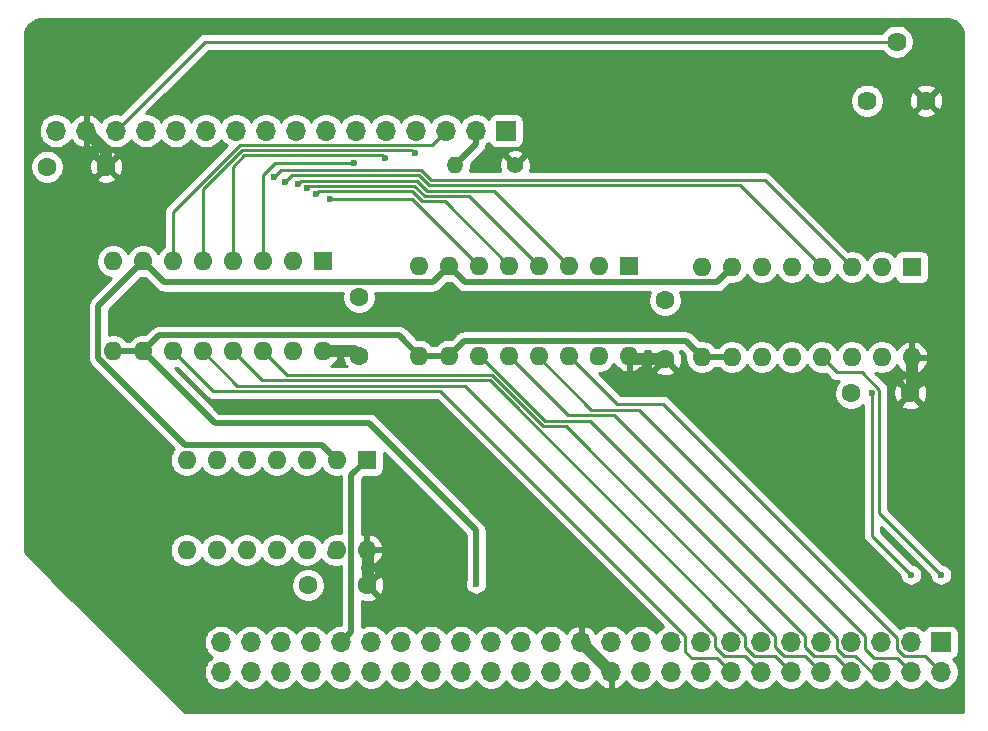
<source format=gbr>
%TF.GenerationSoftware,KiCad,Pcbnew,(5.1.10-1-10_14)*%
%TF.CreationDate,2021-08-31T00:19:26+02:00*%
%TF.ProjectId,lcd_board,6c63645f-626f-4617-9264-2e6b69636164,rev?*%
%TF.SameCoordinates,Original*%
%TF.FileFunction,Copper,L1,Top*%
%TF.FilePolarity,Positive*%
%FSLAX46Y46*%
G04 Gerber Fmt 4.6, Leading zero omitted, Abs format (unit mm)*
G04 Created by KiCad (PCBNEW (5.1.10-1-10_14)) date 2021-08-31 00:19:26*
%MOMM*%
%LPD*%
G01*
G04 APERTURE LIST*
%TA.AperFunction,ComponentPad*%
%ADD10O,1.400000X1.400000*%
%TD*%
%TA.AperFunction,ComponentPad*%
%ADD11C,1.400000*%
%TD*%
%TA.AperFunction,ComponentPad*%
%ADD12C,1.600000*%
%TD*%
%TA.AperFunction,ComponentPad*%
%ADD13C,1.620000*%
%TD*%
%TA.AperFunction,ComponentPad*%
%ADD14O,1.600000X1.600000*%
%TD*%
%TA.AperFunction,ComponentPad*%
%ADD15R,1.600000X1.600000*%
%TD*%
%TA.AperFunction,ComponentPad*%
%ADD16O,1.700000X1.700000*%
%TD*%
%TA.AperFunction,ComponentPad*%
%ADD17R,1.700000X1.700000*%
%TD*%
%TA.AperFunction,ViaPad*%
%ADD18C,0.800000*%
%TD*%
%TA.AperFunction,ViaPad*%
%ADD19C,0.600000*%
%TD*%
%TA.AperFunction,Conductor*%
%ADD20C,1.000000*%
%TD*%
%TA.AperFunction,Conductor*%
%ADD21C,0.250000*%
%TD*%
%TA.AperFunction,Conductor*%
%ADD22C,0.500000*%
%TD*%
%TA.AperFunction,Conductor*%
%ADD23C,0.254000*%
%TD*%
%TA.AperFunction,Conductor*%
%ADD24C,0.100000*%
%TD*%
G04 APERTURE END LIST*
D10*
%TO.P,R1,2*%
%TO.N,/A*%
X37084000Y46990000D03*
D11*
%TO.P,R1,1*%
%TO.N,+5V*%
X42164000Y46990000D03*
%TD*%
D12*
%TO.P,C5,2*%
%TO.N,+5V*%
X7540000Y46863000D03*
%TO.P,C5,1*%
%TO.N,GND*%
X2540000Y46863000D03*
%TD*%
%TO.P,C4,2*%
%TO.N,+5V*%
X54864000Y30560000D03*
%TO.P,C4,1*%
%TO.N,GND*%
X54864000Y35560000D03*
%TD*%
%TO.P,C3,2*%
%TO.N,+5V*%
X75612000Y27686000D03*
%TO.P,C3,1*%
%TO.N,GND*%
X70612000Y27686000D03*
%TD*%
%TO.P,C2,2*%
%TO.N,+5V*%
X28956000Y30814000D03*
%TO.P,C2,1*%
%TO.N,GND*%
X28956000Y35814000D03*
%TD*%
%TO.P,C1,2*%
%TO.N,+5V*%
X29638000Y11430000D03*
%TO.P,C1,1*%
%TO.N,GND*%
X24638000Y11430000D03*
%TD*%
D13*
%TO.P,RV1,1*%
%TO.N,+5V*%
X76962000Y52451000D03*
%TO.P,RV1,2*%
%TO.N,Net-(J2-Pad14)*%
X74462000Y57451000D03*
%TO.P,RV1,3*%
%TO.N,GND*%
X71962000Y52451000D03*
%TD*%
D14*
%TO.P,U4,16*%
%TO.N,+5V*%
X25908000Y31242000D03*
%TO.P,U4,8*%
%TO.N,GND*%
X8128000Y38862000D03*
%TO.P,U4,15*%
X23368000Y31242000D03*
%TO.P,U4,7*%
%TO.N,CLK_INV*%
X10668000Y38862000D03*
%TO.P,U4,14*%
%TO.N,D4*%
X20828000Y31242000D03*
%TO.P,U4,6*%
%TO.N,/D_7*%
X13208000Y38862000D03*
%TO.P,U4,13*%
%TO.N,D5*%
X18288000Y31242000D03*
%TO.P,U4,5*%
%TO.N,/D_6*%
X15748000Y38862000D03*
%TO.P,U4,12*%
%TO.N,D6*%
X15748000Y31242000D03*
%TO.P,U4,4*%
%TO.N,/D_5*%
X18288000Y38862000D03*
%TO.P,U4,11*%
%TO.N,D7*%
X13208000Y31242000D03*
%TO.P,U4,3*%
%TO.N,/D_4*%
X20828000Y38862000D03*
%TO.P,U4,10*%
%TO.N,~SLOT_SEL~*%
X10668000Y31242000D03*
%TO.P,U4,2*%
%TO.N,GND*%
X23368000Y38862000D03*
%TO.P,U4,9*%
%TO.N,~SLOT_SEL~*%
X8128000Y31242000D03*
D15*
%TO.P,U4,1*%
%TO.N,GND*%
X25908000Y38862000D03*
%TD*%
D14*
%TO.P,U3,16*%
%TO.N,+5V*%
X51816000Y30861000D03*
%TO.P,U3,8*%
%TO.N,GND*%
X34036000Y38481000D03*
%TO.P,U3,15*%
X49276000Y30861000D03*
%TO.P,U3,7*%
%TO.N,CLK_INV*%
X36576000Y38481000D03*
%TO.P,U3,14*%
%TO.N,D0*%
X46736000Y30861000D03*
%TO.P,U3,6*%
%TO.N,/D_3*%
X39116000Y38481000D03*
%TO.P,U3,13*%
%TO.N,D1*%
X44196000Y30861000D03*
%TO.P,U3,5*%
%TO.N,/D_2*%
X41656000Y38481000D03*
%TO.P,U3,12*%
%TO.N,D2*%
X41656000Y30861000D03*
%TO.P,U3,4*%
%TO.N,/D_1*%
X44196000Y38481000D03*
%TO.P,U3,11*%
%TO.N,D3*%
X39116000Y30861000D03*
%TO.P,U3,3*%
%TO.N,/D_0*%
X46736000Y38481000D03*
%TO.P,U3,10*%
%TO.N,~SLOT_SEL~*%
X36576000Y30861000D03*
%TO.P,U3,2*%
%TO.N,GND*%
X49276000Y38481000D03*
%TO.P,U3,9*%
%TO.N,~SLOT_SEL~*%
X34036000Y30861000D03*
D15*
%TO.P,U3,1*%
%TO.N,GND*%
X51816000Y38481000D03*
%TD*%
D14*
%TO.P,U2,16*%
%TO.N,+5V*%
X75755500Y30734000D03*
%TO.P,U2,8*%
%TO.N,GND*%
X57975500Y38354000D03*
%TO.P,U2,15*%
X73215500Y30734000D03*
%TO.P,U2,7*%
%TO.N,CLK_INV*%
X60515500Y38354000D03*
%TO.P,U2,14*%
%TO.N,A1*%
X70675500Y30734000D03*
%TO.P,U2,6*%
%TO.N,Net-(U2-Pad6)*%
X63055500Y38354000D03*
%TO.P,U2,13*%
%TO.N,A0*%
X68135500Y30734000D03*
%TO.P,U2,5*%
%TO.N,Net-(U2-Pad5)*%
X65595500Y38354000D03*
%TO.P,U2,12*%
%TO.N,Net-(U2-Pad12)*%
X65595500Y30734000D03*
%TO.P,U2,4*%
%TO.N,/E*%
X68135500Y38354000D03*
%TO.P,U2,11*%
%TO.N,Net-(U2-Pad11)*%
X63055500Y30734000D03*
%TO.P,U2,3*%
%TO.N,/RS*%
X70675500Y38354000D03*
%TO.P,U2,10*%
%TO.N,~SLOT_SEL~*%
X60515500Y30734000D03*
%TO.P,U2,2*%
%TO.N,GND*%
X73215500Y38354000D03*
%TO.P,U2,9*%
%TO.N,~SLOT_SEL~*%
X57975500Y30734000D03*
D15*
%TO.P,U2,1*%
%TO.N,GND*%
X75755500Y38354000D03*
%TD*%
D14*
%TO.P,U1,14*%
%TO.N,+5V*%
X29591000Y14414500D03*
%TO.P,U1,7*%
%TO.N,GND*%
X14351000Y22034500D03*
%TO.P,U1,13*%
X27051000Y14414500D03*
%TO.P,U1,6*%
%TO.N,Net-(U1-Pad6)*%
X16891000Y22034500D03*
%TO.P,U1,12*%
%TO.N,Net-(U1-Pad12)*%
X24511000Y14414500D03*
%TO.P,U1,5*%
%TO.N,GND*%
X19431000Y22034500D03*
%TO.P,U1,11*%
X21971000Y14414500D03*
%TO.P,U1,4*%
%TO.N,Net-(U1-Pad4)*%
X21971000Y22034500D03*
%TO.P,U1,10*%
%TO.N,Net-(U1-Pad10)*%
X19431000Y14414500D03*
%TO.P,U1,3*%
%TO.N,GND*%
X24511000Y22034500D03*
%TO.P,U1,9*%
X16891000Y14414500D03*
%TO.P,U1,2*%
%TO.N,CLK_INV*%
X27051000Y22034500D03*
%TO.P,U1,8*%
%TO.N,Net-(U1-Pad8)*%
X14351000Y14414500D03*
D15*
%TO.P,U1,1*%
%TO.N,CLK*%
X29591000Y22034500D03*
%TD*%
D16*
%TO.P,J2,16*%
%TO.N,GND*%
X3302000Y49911000D03*
%TO.P,J2,15*%
%TO.N,+5V*%
X5842000Y49911000D03*
%TO.P,J2,14*%
%TO.N,Net-(J2-Pad14)*%
X8382000Y49911000D03*
%TO.P,J2,13*%
%TO.N,/RS*%
X10922000Y49911000D03*
%TO.P,J2,12*%
%TO.N,GND*%
X13462000Y49911000D03*
%TO.P,J2,11*%
%TO.N,/E*%
X16002000Y49911000D03*
%TO.P,J2,10*%
%TO.N,/D_0*%
X18542000Y49911000D03*
%TO.P,J2,9*%
%TO.N,/D_1*%
X21082000Y49911000D03*
%TO.P,J2,8*%
%TO.N,/D_2*%
X23622000Y49911000D03*
%TO.P,J2,7*%
%TO.N,/D_3*%
X26162000Y49911000D03*
%TO.P,J2,6*%
%TO.N,/D_4*%
X28702000Y49911000D03*
%TO.P,J2,5*%
%TO.N,/D_5*%
X31242000Y49911000D03*
%TO.P,J2,4*%
%TO.N,/D_6*%
X33782000Y49911000D03*
%TO.P,J2,3*%
%TO.N,/D_7*%
X36322000Y49911000D03*
%TO.P,J2,2*%
%TO.N,/A*%
X38862000Y49911000D03*
D17*
%TO.P,J2,1*%
%TO.N,GND*%
X41402000Y49911000D03*
%TD*%
D16*
%TO.P,J1,50*%
%TO.N,~NMI~*%
X17272000Y4064000D03*
%TO.P,J1,49*%
%TO.N,~RESET~*%
X17272000Y6604000D03*
%TO.P,J1,48*%
%TO.N,~SLOT_IRQ~*%
X19812000Y4064000D03*
%TO.P,J1,47*%
%TO.N,SYNC*%
X19812000Y6604000D03*
%TO.P,J1,46*%
%TO.N,EX3*%
X22352000Y4064000D03*
%TO.P,J1,45*%
%TO.N,~IRQ~*%
X22352000Y6604000D03*
%TO.P,J1,44*%
%TO.N,EX2*%
X24892000Y4064000D03*
%TO.P,J1,43*%
%TO.N,R~W~*%
X24892000Y6604000D03*
%TO.P,J1,42*%
%TO.N,CLK_12M*%
X27432000Y4064000D03*
%TO.P,J1,41*%
%TO.N,CLK*%
X27432000Y6604000D03*
%TO.P,J1,40*%
%TO.N,LED4*%
X29972000Y4064000D03*
%TO.P,J1,39*%
%TO.N,BE*%
X29972000Y6604000D03*
%TO.P,J1,38*%
%TO.N,LED3*%
X32512000Y4064000D03*
%TO.P,J1,37*%
%TO.N,RDY*%
X32512000Y6604000D03*
%TO.P,J1,36*%
%TO.N,LED2*%
X35052000Y4064000D03*
%TO.P,J1,35*%
%TO.N,A15*%
X35052000Y6604000D03*
%TO.P,J1,34*%
%TO.N,LED1*%
X37592000Y4064000D03*
%TO.P,J1,33*%
%TO.N,A14*%
X37592000Y6604000D03*
%TO.P,J1,32*%
%TO.N,~SLOT_SEL~*%
X40132000Y4064000D03*
%TO.P,J1,31*%
%TO.N,A13*%
X40132000Y6604000D03*
%TO.P,J1,30*%
%TO.N,~INH~*%
X42672000Y4064000D03*
%TO.P,J1,29*%
%TO.N,A12*%
X42672000Y6604000D03*
%TO.P,J1,28*%
%TO.N,~SSEL~*%
X45212000Y4064000D03*
%TO.P,J1,27*%
%TO.N,A11*%
X45212000Y6604000D03*
%TO.P,J1,26*%
%TO.N,GND*%
X47752000Y4064000D03*
%TO.P,J1,25*%
%TO.N,+5V*%
X47752000Y6604000D03*
%TO.P,J1,24*%
X50292000Y4064000D03*
%TO.P,J1,23*%
%TO.N,GND*%
X50292000Y6604000D03*
%TO.P,J1,22*%
%TO.N,~SLOW~*%
X52832000Y4064000D03*
%TO.P,J1,21*%
%TO.N,A10*%
X52832000Y6604000D03*
%TO.P,J1,20*%
%TO.N,EX1*%
X55372000Y4064000D03*
%TO.P,J1,19*%
%TO.N,A9*%
X55372000Y6604000D03*
%TO.P,J1,18*%
%TO.N,EX0*%
X57912000Y4064000D03*
%TO.P,J1,17*%
%TO.N,A8*%
X57912000Y6604000D03*
%TO.P,J1,16*%
%TO.N,D7*%
X60452000Y4064000D03*
%TO.P,J1,15*%
%TO.N,A7*%
X60452000Y6604000D03*
%TO.P,J1,14*%
%TO.N,D6*%
X62992000Y4064000D03*
%TO.P,J1,13*%
%TO.N,A6*%
X62992000Y6604000D03*
%TO.P,J1,12*%
%TO.N,D5*%
X65532000Y4064000D03*
%TO.P,J1,11*%
%TO.N,A5*%
X65532000Y6604000D03*
%TO.P,J1,10*%
%TO.N,D4*%
X68072000Y4064000D03*
%TO.P,J1,9*%
%TO.N,A4*%
X68072000Y6604000D03*
%TO.P,J1,8*%
%TO.N,D3*%
X70612000Y4064000D03*
%TO.P,J1,7*%
%TO.N,A3*%
X70612000Y6604000D03*
%TO.P,J1,6*%
%TO.N,D2*%
X73152000Y4064000D03*
%TO.P,J1,5*%
%TO.N,A2*%
X73152000Y6604000D03*
%TO.P,J1,4*%
%TO.N,D1*%
X75692000Y4064000D03*
%TO.P,J1,3*%
%TO.N,A1*%
X75692000Y6604000D03*
%TO.P,J1,2*%
%TO.N,D0*%
X78232000Y4064000D03*
D17*
%TO.P,J1,1*%
%TO.N,A0*%
X78232000Y6604000D03*
%TD*%
D18*
%TO.N,+5V*%
X25908000Y33782000D03*
D19*
%TO.N,A1*%
X75692000Y12319000D03*
X72390000Y27686000D03*
%TO.N,A0*%
X78232000Y12319000D03*
%TO.N,~SLOT_SEL~*%
X38862000Y11556998D03*
%TO.N,/E*%
X22666945Y45532047D03*
%TO.N,/RS*%
X21716996Y45974000D03*
%TO.N,/D_6*%
X33655000Y48006000D03*
%TO.N,/D_5*%
X31178500Y47561500D03*
%TO.N,/D_4*%
X28562925Y47198065D03*
%TO.N,/D_3*%
X26479500Y44132500D03*
%TO.N,/D_2*%
X25336500Y44513500D03*
%TO.N,/D_1*%
X24510965Y45021531D03*
%TO.N,/D_0*%
X23746762Y45404738D03*
%TD*%
D20*
%TO.N,GND*%
X26770000Y14133500D02*
X27051000Y14414500D01*
X48995000Y30580000D02*
X49276000Y30861000D01*
X3148000Y49757000D02*
X3302000Y49911000D01*
%TO.N,+5V*%
X29745000Y14260500D02*
X29591000Y14414500D01*
X29745000Y11620500D02*
X29745000Y14260500D01*
X50292000Y4064000D02*
X47752000Y6604000D01*
X75755500Y27829500D02*
X75755500Y30734000D01*
X75612000Y27686000D02*
X75755500Y27829500D01*
X52117000Y30560000D02*
X51816000Y30861000D01*
X54864000Y30560000D02*
X52117000Y30560000D01*
X28528000Y31242000D02*
X25908000Y31242000D01*
X28956000Y30814000D02*
X28528000Y31242000D01*
X7540000Y48213000D02*
X5842000Y49911000D01*
X7540000Y46863000D02*
X7540000Y48213000D01*
D21*
%TO.N,D7*%
X59276999Y5239001D02*
X57117999Y5239001D01*
X60452000Y4064000D02*
X59276999Y5239001D01*
X57117999Y5239001D02*
X56547001Y5809999D01*
X56547001Y7168001D02*
X35838502Y27876500D01*
X56547001Y5809999D02*
X56547001Y7168001D01*
X16573500Y27876500D02*
X13208000Y31242000D01*
X35838502Y27876500D02*
X16573500Y27876500D01*
%TO.N,D6*%
X62992000Y4064000D02*
X61627001Y5428999D01*
X59887999Y5428999D02*
X59087001Y6229997D01*
X37928491Y28326511D02*
X18663489Y28326511D01*
X59087001Y7168001D02*
X37928491Y28326511D01*
X59087001Y6229997D02*
X59087001Y7168001D01*
X61627001Y5428999D02*
X59887999Y5428999D01*
X18663489Y28326511D02*
X15748000Y31242000D01*
%TO.N,D5*%
X62427999Y5428999D02*
X61627001Y6229997D01*
X64167001Y5428999D02*
X62427999Y5428999D01*
X20753478Y28776522D02*
X18288000Y31242000D01*
X61627001Y7168001D02*
X40018480Y28776522D01*
X65532000Y4064000D02*
X64167001Y5428999D01*
X40018480Y28776522D02*
X20753478Y28776522D01*
X61627001Y6229997D02*
X61627001Y7168001D01*
%TO.N,D4*%
X68072000Y4064000D02*
X66707001Y5428999D01*
X46437491Y24897511D02*
X44533902Y24897511D01*
X66707001Y5428999D02*
X64967999Y5428999D01*
X64967999Y5428999D02*
X64167001Y6229997D01*
X64167001Y7168001D02*
X46437491Y24897511D01*
X64167001Y6229997D02*
X64167001Y7168001D01*
X40204880Y29226533D02*
X22843467Y29226533D01*
X44533902Y24897511D02*
X40204880Y29226533D01*
X22843467Y29226533D02*
X20828000Y31242000D01*
%TO.N,D3*%
X70612000Y4064000D02*
X69247001Y5428999D01*
X69247001Y5428999D02*
X67507999Y5428999D01*
X39206824Y30861000D02*
X39116000Y30861000D01*
X66707001Y6229997D02*
X66707001Y7168001D01*
X66707001Y7168001D02*
X48527480Y25347522D01*
X44720302Y25347522D02*
X39206824Y30861000D01*
X48527480Y25347522D02*
X44720302Y25347522D01*
X67507999Y5428999D02*
X66707001Y6229997D01*
%TO.N,D2*%
X69436999Y6978003D02*
X50570502Y25844500D01*
X69436999Y6039999D02*
X69436999Y6978003D01*
X73152000Y4064000D02*
X72351002Y4064000D01*
X72351002Y4064000D02*
X70986003Y5428999D01*
X70986003Y5428999D02*
X70047999Y5428999D01*
X70047999Y5428999D02*
X69436999Y6039999D01*
X46672500Y25844500D02*
X41656000Y30861000D01*
X50570502Y25844500D02*
X46672500Y25844500D01*
%TO.N,D1*%
X44196000Y30734000D02*
X44196000Y30861000D01*
X74516999Y5239001D02*
X72548499Y5239001D01*
X71787001Y7168001D02*
X52660491Y26294511D01*
X71787001Y6000499D02*
X71787001Y7168001D01*
X72548499Y5239001D02*
X71787001Y6000499D01*
X75692000Y4064000D02*
X74516999Y5239001D01*
X52660491Y26294511D02*
X48635489Y26294511D01*
X48635489Y26294511D02*
X44196000Y30734000D01*
%TO.N,A1*%
X75692000Y12319000D02*
X72390000Y15621000D01*
X72390000Y15621000D02*
X72390000Y27686000D01*
%TO.N,D0*%
X76867001Y5428999D02*
X75127999Y5428999D01*
X54691512Y26803490D02*
X50793510Y26803490D01*
X75127999Y5428999D02*
X74516999Y6039999D01*
X74516999Y6039999D02*
X74516999Y6978003D01*
X78232000Y4064000D02*
X76867001Y5428999D01*
X74516999Y6978003D02*
X54691512Y26803490D01*
X50793510Y26803490D02*
X46736000Y30861000D01*
%TO.N,A0*%
X71537004Y29464000D02*
X69405500Y29464000D01*
X73015002Y17535998D02*
X73015002Y27986002D01*
X69405500Y29464000D02*
X68135500Y30734000D01*
X73015002Y27986002D02*
X71537004Y29464000D01*
X78232000Y12319000D02*
X73015002Y17535998D01*
D22*
%TO.N,CLK*%
X28301001Y20744501D02*
X29591000Y22034500D01*
X28301001Y7473001D02*
X28301001Y20744501D01*
X27432000Y6604000D02*
X28301001Y7473001D01*
%TO.N,~SLOT_SEL~*%
X8128000Y31242000D02*
X10668000Y31242000D01*
X34036000Y30861000D02*
X36576000Y30861000D01*
X37826001Y32111001D02*
X56598499Y32111001D01*
X56598499Y32111001D02*
X57975500Y30734000D01*
X36576000Y30861000D02*
X37826001Y32111001D01*
X57975500Y30734000D02*
X60515500Y30734000D01*
X10668000Y31242000D02*
X16764000Y25146000D01*
X16764000Y25146000D02*
X29781500Y25146000D01*
X29781500Y25146000D02*
X38862000Y16065500D01*
X38862000Y16065500D02*
X38862000Y11556998D01*
X32321500Y32575500D02*
X34036000Y30861000D01*
X12001500Y32575500D02*
X32321500Y32575500D01*
X10668000Y31242000D02*
X12001500Y32575500D01*
%TO.N,CLK_INV*%
X37953001Y37103999D02*
X59265499Y37103999D01*
X59265499Y37103999D02*
X60515500Y38354000D01*
X36576000Y38481000D02*
X37953001Y37103999D01*
X36576000Y38481000D02*
X35179000Y37084000D01*
X12446000Y37084000D02*
X10668000Y38862000D01*
X35179000Y37084000D02*
X12446000Y37084000D01*
X14235497Y23284501D02*
X25800999Y23284501D01*
X25800999Y23284501D02*
X27051000Y22034500D01*
X6877999Y30641999D02*
X14235497Y23284501D01*
X6877999Y35071999D02*
X6877999Y30641999D01*
X10668000Y38862000D02*
X6877999Y35071999D01*
%TO.N,/A*%
X38862000Y48768000D02*
X38862000Y49911000D01*
X37084000Y46990000D02*
X38862000Y48768000D01*
D21*
%TO.N,/E*%
X22966944Y45832046D02*
X22666945Y45532047D01*
X61219511Y45269989D02*
X34872655Y45269989D01*
X34019600Y46123044D02*
X23257942Y46123044D01*
X23257942Y46123044D02*
X22966944Y45832046D01*
X68135500Y38354000D02*
X61219511Y45269989D01*
X34872655Y45269989D02*
X34019600Y46123044D01*
%TO.N,/RS*%
X22321302Y46578306D02*
X21716996Y45974000D01*
X25215518Y46578306D02*
X22321302Y46578306D01*
X25220769Y46573055D02*
X25215518Y46578306D01*
X63309500Y45720000D02*
X35059055Y45720000D01*
X70675500Y38354000D02*
X63309500Y45720000D01*
X34206000Y46573055D02*
X25220769Y46573055D01*
X35059055Y45720000D02*
X34206000Y46573055D01*
%TO.N,/D_7*%
X13208000Y38862000D02*
X13208000Y43058644D01*
X13208000Y43058644D02*
X18872445Y48723089D01*
X35134089Y48723089D02*
X36322000Y49911000D01*
X18872445Y48723089D02*
X35134089Y48723089D01*
%TO.N,/D_6*%
X15748000Y44962233D02*
X19058845Y48273078D01*
X33387922Y48273078D02*
X33655000Y48006000D01*
X15748000Y38862000D02*
X15748000Y44962233D01*
X19058845Y48273078D02*
X33387922Y48273078D01*
%TO.N,/D_5*%
X30916933Y47823067D02*
X31178500Y47561500D01*
X19245246Y47823067D02*
X30916933Y47823067D01*
X18288000Y46865821D02*
X19245246Y47823067D01*
X18288000Y38862000D02*
X18288000Y46865821D01*
%TO.N,/D_4*%
X20828000Y46165911D02*
X21860154Y47198065D01*
X20828000Y38862000D02*
X20828000Y46165911D01*
X21860154Y47198065D02*
X28562925Y47198065D01*
%TO.N,/D_3*%
X39116000Y38481000D02*
X33464500Y44132500D01*
X33464500Y44132500D02*
X26479500Y44132500D01*
%TO.N,/D_2*%
X33460400Y44773011D02*
X25596011Y44773011D01*
X25596011Y44773011D02*
X25336500Y44513500D01*
X41656000Y38481000D02*
X36217044Y43919956D01*
X34313455Y43919956D02*
X33460400Y44773011D01*
X36217044Y43919956D02*
X34313455Y43919956D01*
%TO.N,/D_1*%
X33646800Y45223022D02*
X24712456Y45223022D01*
X24712456Y45223022D02*
X24510965Y45021531D01*
X34499855Y44369967D02*
X33646800Y45223022D01*
X44196000Y38481000D02*
X38307033Y44369967D01*
X38307033Y44369967D02*
X34499855Y44369967D01*
%TO.N,/D_0*%
X34686255Y44819978D02*
X33833200Y45673033D01*
X33833200Y45673033D02*
X24015057Y45673033D01*
X24015057Y45673033D02*
X23746762Y45404738D01*
X40397022Y44819978D02*
X34686255Y44819978D01*
X46736000Y38481000D02*
X40397022Y44819978D01*
%TO.N,Net-(J2-Pad14)*%
X15922000Y57451000D02*
X8382000Y49911000D01*
X74462000Y57451000D02*
X15922000Y57451000D01*
%TD*%
D23*
%TO.N,+5V*%
X2125353Y59386000D02*
X78646647Y59386000D01*
X78740956Y59395289D01*
X78903542Y59379347D01*
X79183018Y59294969D01*
X79440780Y59157915D01*
X79667015Y58973401D01*
X79853103Y58748460D01*
X79991956Y58491658D01*
X80078282Y58212781D01*
X80096365Y58040731D01*
X80087000Y57945646D01*
X80087001Y685000D01*
X14218381Y685000D01*
X3332046Y11571335D01*
X23203000Y11571335D01*
X23203000Y11288665D01*
X23258147Y11011426D01*
X23366320Y10750273D01*
X23523363Y10515241D01*
X23723241Y10315363D01*
X23958273Y10158320D01*
X24219426Y10050147D01*
X24496665Y9995000D01*
X24779335Y9995000D01*
X25056574Y10050147D01*
X25317727Y10158320D01*
X25552759Y10315363D01*
X25752637Y10515241D01*
X25909680Y10750273D01*
X26017853Y11011426D01*
X26073000Y11288665D01*
X26073000Y11571335D01*
X26017853Y11848574D01*
X25909680Y12109727D01*
X25752637Y12344759D01*
X25552759Y12544637D01*
X25317727Y12701680D01*
X25056574Y12809853D01*
X24779335Y12865000D01*
X24496665Y12865000D01*
X24219426Y12809853D01*
X23958273Y12701680D01*
X23723241Y12544637D01*
X23523363Y12344759D01*
X23366320Y12109727D01*
X23258147Y11848574D01*
X23203000Y11571335D01*
X3332046Y11571335D01*
X685000Y14218380D01*
X685000Y47004335D01*
X1105000Y47004335D01*
X1105000Y46721665D01*
X1160147Y46444426D01*
X1268320Y46183273D01*
X1425363Y45948241D01*
X1625241Y45748363D01*
X1860273Y45591320D01*
X2121426Y45483147D01*
X2398665Y45428000D01*
X2681335Y45428000D01*
X2958574Y45483147D01*
X3219727Y45591320D01*
X3454759Y45748363D01*
X3576694Y45870298D01*
X6726903Y45870298D01*
X6798486Y45626329D01*
X7053996Y45505429D01*
X7328184Y45436700D01*
X7610512Y45422783D01*
X7890130Y45464213D01*
X8156292Y45559397D01*
X8281514Y45626329D01*
X8353097Y45870298D01*
X7540000Y46683395D01*
X6726903Y45870298D01*
X3576694Y45870298D01*
X3654637Y45948241D01*
X3811680Y46183273D01*
X3919853Y46444426D01*
X3975000Y46721665D01*
X3975000Y46792488D01*
X6099783Y46792488D01*
X6141213Y46512870D01*
X6236397Y46246708D01*
X6303329Y46121486D01*
X6547298Y46049903D01*
X7360395Y46863000D01*
X7719605Y46863000D01*
X8532702Y46049903D01*
X8776671Y46121486D01*
X8897571Y46376996D01*
X8966300Y46651184D01*
X8980217Y46933512D01*
X8938787Y47213130D01*
X8843603Y47479292D01*
X8776671Y47604514D01*
X8532702Y47676097D01*
X7719605Y46863000D01*
X7360395Y46863000D01*
X6547298Y47676097D01*
X6303329Y47604514D01*
X6182429Y47349004D01*
X6113700Y47074816D01*
X6099783Y46792488D01*
X3975000Y46792488D01*
X3975000Y47004335D01*
X3919853Y47281574D01*
X3811680Y47542727D01*
X3654637Y47777759D01*
X3576694Y47855702D01*
X6726903Y47855702D01*
X7540000Y47042605D01*
X8353097Y47855702D01*
X8281514Y48099671D01*
X8026004Y48220571D01*
X7751816Y48289300D01*
X7469488Y48303217D01*
X7189870Y48261787D01*
X6923708Y48166603D01*
X6798486Y48099671D01*
X6726903Y47855702D01*
X3576694Y47855702D01*
X3454759Y47977637D01*
X3219727Y48134680D01*
X2958574Y48242853D01*
X2681335Y48298000D01*
X2398665Y48298000D01*
X2121426Y48242853D01*
X1860273Y48134680D01*
X1625241Y47977637D01*
X1425363Y47777759D01*
X1268320Y47542727D01*
X1160147Y47281574D01*
X1105000Y47004335D01*
X685000Y47004335D01*
X685000Y50057260D01*
X1817000Y50057260D01*
X1817000Y49764740D01*
X1874068Y49477842D01*
X1986010Y49207589D01*
X2148525Y48964368D01*
X2355368Y48757525D01*
X2598589Y48595010D01*
X2868842Y48483068D01*
X3155740Y48426000D01*
X3448260Y48426000D01*
X3735158Y48483068D01*
X4005411Y48595010D01*
X4248632Y48757525D01*
X4455475Y48964368D01*
X4577195Y49146534D01*
X4646822Y49029645D01*
X4841731Y48813412D01*
X5075080Y48639359D01*
X5337901Y48514175D01*
X5485110Y48469524D01*
X5715000Y48590845D01*
X5715000Y49784000D01*
X5695000Y49784000D01*
X5695000Y50038000D01*
X5715000Y50038000D01*
X5715000Y51231155D01*
X5969000Y51231155D01*
X5969000Y50038000D01*
X5989000Y50038000D01*
X5989000Y49784000D01*
X5969000Y49784000D01*
X5969000Y48590845D01*
X6198890Y48469524D01*
X6346099Y48514175D01*
X6608920Y48639359D01*
X6842269Y48813412D01*
X7037178Y49029645D01*
X7106805Y49146534D01*
X7228525Y48964368D01*
X7435368Y48757525D01*
X7678589Y48595010D01*
X7948842Y48483068D01*
X8235740Y48426000D01*
X8528260Y48426000D01*
X8815158Y48483068D01*
X9085411Y48595010D01*
X9328632Y48757525D01*
X9535475Y48964368D01*
X9652000Y49138760D01*
X9768525Y48964368D01*
X9975368Y48757525D01*
X10218589Y48595010D01*
X10488842Y48483068D01*
X10775740Y48426000D01*
X11068260Y48426000D01*
X11355158Y48483068D01*
X11625411Y48595010D01*
X11868632Y48757525D01*
X12075475Y48964368D01*
X12192000Y49138760D01*
X12308525Y48964368D01*
X12515368Y48757525D01*
X12758589Y48595010D01*
X13028842Y48483068D01*
X13315740Y48426000D01*
X13608260Y48426000D01*
X13895158Y48483068D01*
X14165411Y48595010D01*
X14408632Y48757525D01*
X14615475Y48964368D01*
X14732000Y49138760D01*
X14848525Y48964368D01*
X15055368Y48757525D01*
X15298589Y48595010D01*
X15568842Y48483068D01*
X15855740Y48426000D01*
X16148260Y48426000D01*
X16435158Y48483068D01*
X16705411Y48595010D01*
X16948632Y48757525D01*
X17155475Y48964368D01*
X17272000Y49138760D01*
X17388525Y48964368D01*
X17595368Y48757525D01*
X17737266Y48662712D01*
X12696998Y43622443D01*
X12668000Y43598645D01*
X12644202Y43569647D01*
X12644201Y43569646D01*
X12573026Y43482920D01*
X12502454Y43350890D01*
X12488205Y43303914D01*
X12458998Y43207630D01*
X12453940Y43156280D01*
X12444324Y43058644D01*
X12448001Y43021312D01*
X12448000Y40080044D01*
X12293241Y39976637D01*
X12093363Y39776759D01*
X11938000Y39544241D01*
X11782637Y39776759D01*
X11582759Y39976637D01*
X11347727Y40133680D01*
X11086574Y40241853D01*
X10809335Y40297000D01*
X10526665Y40297000D01*
X10249426Y40241853D01*
X9988273Y40133680D01*
X9753241Y39976637D01*
X9553363Y39776759D01*
X9398000Y39544241D01*
X9242637Y39776759D01*
X9042759Y39976637D01*
X8807727Y40133680D01*
X8546574Y40241853D01*
X8269335Y40297000D01*
X7986665Y40297000D01*
X7709426Y40241853D01*
X7448273Y40133680D01*
X7213241Y39976637D01*
X7013363Y39776759D01*
X6856320Y39541727D01*
X6748147Y39280574D01*
X6693000Y39003335D01*
X6693000Y38720665D01*
X6748147Y38443426D01*
X6856320Y38182273D01*
X7013363Y37947241D01*
X7213241Y37747363D01*
X7448273Y37590320D01*
X7709426Y37482147D01*
X7982291Y37427870D01*
X6282955Y35728533D01*
X6249182Y35700816D01*
X6138588Y35566057D01*
X6056410Y35412311D01*
X6005804Y35245488D01*
X5992999Y35115475D01*
X5992999Y35115468D01*
X5988718Y35071999D01*
X5992999Y35028530D01*
X5993000Y30685478D01*
X5988718Y30641999D01*
X6005804Y30468509D01*
X6056411Y30301686D01*
X6138589Y30147940D01*
X6221467Y30046953D01*
X6221470Y30046950D01*
X6249183Y30013182D01*
X6282951Y29985469D01*
X13277762Y22990658D01*
X13236363Y22949259D01*
X13079320Y22714227D01*
X12971147Y22453074D01*
X12916000Y22175835D01*
X12916000Y21893165D01*
X12971147Y21615926D01*
X13079320Y21354773D01*
X13236363Y21119741D01*
X13436241Y20919863D01*
X13671273Y20762820D01*
X13932426Y20654647D01*
X14209665Y20599500D01*
X14492335Y20599500D01*
X14769574Y20654647D01*
X15030727Y20762820D01*
X15265759Y20919863D01*
X15465637Y21119741D01*
X15621000Y21352259D01*
X15776363Y21119741D01*
X15976241Y20919863D01*
X16211273Y20762820D01*
X16472426Y20654647D01*
X16749665Y20599500D01*
X17032335Y20599500D01*
X17309574Y20654647D01*
X17570727Y20762820D01*
X17805759Y20919863D01*
X18005637Y21119741D01*
X18161000Y21352259D01*
X18316363Y21119741D01*
X18516241Y20919863D01*
X18751273Y20762820D01*
X19012426Y20654647D01*
X19289665Y20599500D01*
X19572335Y20599500D01*
X19849574Y20654647D01*
X20110727Y20762820D01*
X20345759Y20919863D01*
X20545637Y21119741D01*
X20701000Y21352259D01*
X20856363Y21119741D01*
X21056241Y20919863D01*
X21291273Y20762820D01*
X21552426Y20654647D01*
X21829665Y20599500D01*
X22112335Y20599500D01*
X22389574Y20654647D01*
X22650727Y20762820D01*
X22885759Y20919863D01*
X23085637Y21119741D01*
X23241000Y21352259D01*
X23396363Y21119741D01*
X23596241Y20919863D01*
X23831273Y20762820D01*
X24092426Y20654647D01*
X24369665Y20599500D01*
X24652335Y20599500D01*
X24929574Y20654647D01*
X25190727Y20762820D01*
X25425759Y20919863D01*
X25625637Y21119741D01*
X25781000Y21352259D01*
X25936363Y21119741D01*
X26136241Y20919863D01*
X26371273Y20762820D01*
X26632426Y20654647D01*
X26909665Y20599500D01*
X27192335Y20599500D01*
X27416002Y20643991D01*
X27416002Y15805009D01*
X27192335Y15849500D01*
X26909665Y15849500D01*
X26632426Y15794353D01*
X26371273Y15686180D01*
X26136241Y15529137D01*
X25936363Y15329259D01*
X25781000Y15096741D01*
X25625637Y15329259D01*
X25425759Y15529137D01*
X25190727Y15686180D01*
X24929574Y15794353D01*
X24652335Y15849500D01*
X24369665Y15849500D01*
X24092426Y15794353D01*
X23831273Y15686180D01*
X23596241Y15529137D01*
X23396363Y15329259D01*
X23241000Y15096741D01*
X23085637Y15329259D01*
X22885759Y15529137D01*
X22650727Y15686180D01*
X22389574Y15794353D01*
X22112335Y15849500D01*
X21829665Y15849500D01*
X21552426Y15794353D01*
X21291273Y15686180D01*
X21056241Y15529137D01*
X20856363Y15329259D01*
X20701000Y15096741D01*
X20545637Y15329259D01*
X20345759Y15529137D01*
X20110727Y15686180D01*
X19849574Y15794353D01*
X19572335Y15849500D01*
X19289665Y15849500D01*
X19012426Y15794353D01*
X18751273Y15686180D01*
X18516241Y15529137D01*
X18316363Y15329259D01*
X18161000Y15096741D01*
X18005637Y15329259D01*
X17805759Y15529137D01*
X17570727Y15686180D01*
X17309574Y15794353D01*
X17032335Y15849500D01*
X16749665Y15849500D01*
X16472426Y15794353D01*
X16211273Y15686180D01*
X15976241Y15529137D01*
X15776363Y15329259D01*
X15621000Y15096741D01*
X15465637Y15329259D01*
X15265759Y15529137D01*
X15030727Y15686180D01*
X14769574Y15794353D01*
X14492335Y15849500D01*
X14209665Y15849500D01*
X13932426Y15794353D01*
X13671273Y15686180D01*
X13436241Y15529137D01*
X13236363Y15329259D01*
X13079320Y15094227D01*
X12971147Y14833074D01*
X12916000Y14555835D01*
X12916000Y14273165D01*
X12971147Y13995926D01*
X13079320Y13734773D01*
X13236363Y13499741D01*
X13436241Y13299863D01*
X13671273Y13142820D01*
X13932426Y13034647D01*
X14209665Y12979500D01*
X14492335Y12979500D01*
X14769574Y13034647D01*
X15030727Y13142820D01*
X15265759Y13299863D01*
X15465637Y13499741D01*
X15621000Y13732259D01*
X15776363Y13499741D01*
X15976241Y13299863D01*
X16211273Y13142820D01*
X16472426Y13034647D01*
X16749665Y12979500D01*
X17032335Y12979500D01*
X17309574Y13034647D01*
X17570727Y13142820D01*
X17805759Y13299863D01*
X18005637Y13499741D01*
X18161000Y13732259D01*
X18316363Y13499741D01*
X18516241Y13299863D01*
X18751273Y13142820D01*
X19012426Y13034647D01*
X19289665Y12979500D01*
X19572335Y12979500D01*
X19849574Y13034647D01*
X20110727Y13142820D01*
X20345759Y13299863D01*
X20545637Y13499741D01*
X20701000Y13732259D01*
X20856363Y13499741D01*
X21056241Y13299863D01*
X21291273Y13142820D01*
X21552426Y13034647D01*
X21829665Y12979500D01*
X22112335Y12979500D01*
X22389574Y13034647D01*
X22650727Y13142820D01*
X22885759Y13299863D01*
X23085637Y13499741D01*
X23241000Y13732259D01*
X23396363Y13499741D01*
X23596241Y13299863D01*
X23831273Y13142820D01*
X24092426Y13034647D01*
X24369665Y12979500D01*
X24652335Y12979500D01*
X24929574Y13034647D01*
X25190727Y13142820D01*
X25425759Y13299863D01*
X25625637Y13499741D01*
X25734614Y13662836D01*
X25821717Y13499878D01*
X25963552Y13327052D01*
X26136378Y13185217D01*
X26333554Y13079824D01*
X26547502Y13014923D01*
X26770000Y12993009D01*
X26817990Y12997736D01*
X26909665Y12979500D01*
X27192335Y12979500D01*
X27416001Y13023991D01*
X27416001Y8089000D01*
X27285740Y8089000D01*
X26998842Y8031932D01*
X26728589Y7919990D01*
X26485368Y7757475D01*
X26278525Y7550632D01*
X26162000Y7376240D01*
X26045475Y7550632D01*
X25838632Y7757475D01*
X25595411Y7919990D01*
X25325158Y8031932D01*
X25038260Y8089000D01*
X24745740Y8089000D01*
X24458842Y8031932D01*
X24188589Y7919990D01*
X23945368Y7757475D01*
X23738525Y7550632D01*
X23622000Y7376240D01*
X23505475Y7550632D01*
X23298632Y7757475D01*
X23055411Y7919990D01*
X22785158Y8031932D01*
X22498260Y8089000D01*
X22205740Y8089000D01*
X21918842Y8031932D01*
X21648589Y7919990D01*
X21405368Y7757475D01*
X21198525Y7550632D01*
X21082000Y7376240D01*
X20965475Y7550632D01*
X20758632Y7757475D01*
X20515411Y7919990D01*
X20245158Y8031932D01*
X19958260Y8089000D01*
X19665740Y8089000D01*
X19378842Y8031932D01*
X19108589Y7919990D01*
X18865368Y7757475D01*
X18658525Y7550632D01*
X18542000Y7376240D01*
X18425475Y7550632D01*
X18218632Y7757475D01*
X17975411Y7919990D01*
X17705158Y8031932D01*
X17418260Y8089000D01*
X17125740Y8089000D01*
X16838842Y8031932D01*
X16568589Y7919990D01*
X16325368Y7757475D01*
X16118525Y7550632D01*
X15956010Y7307411D01*
X15844068Y7037158D01*
X15787000Y6750260D01*
X15787000Y6457740D01*
X15844068Y6170842D01*
X15956010Y5900589D01*
X16118525Y5657368D01*
X16325368Y5450525D01*
X16499760Y5334000D01*
X16325368Y5217475D01*
X16118525Y5010632D01*
X15956010Y4767411D01*
X15844068Y4497158D01*
X15787000Y4210260D01*
X15787000Y3917740D01*
X15844068Y3630842D01*
X15956010Y3360589D01*
X16118525Y3117368D01*
X16325368Y2910525D01*
X16568589Y2748010D01*
X16838842Y2636068D01*
X17125740Y2579000D01*
X17418260Y2579000D01*
X17705158Y2636068D01*
X17975411Y2748010D01*
X18218632Y2910525D01*
X18425475Y3117368D01*
X18542000Y3291760D01*
X18658525Y3117368D01*
X18865368Y2910525D01*
X19108589Y2748010D01*
X19378842Y2636068D01*
X19665740Y2579000D01*
X19958260Y2579000D01*
X20245158Y2636068D01*
X20515411Y2748010D01*
X20758632Y2910525D01*
X20965475Y3117368D01*
X21082000Y3291760D01*
X21198525Y3117368D01*
X21405368Y2910525D01*
X21648589Y2748010D01*
X21918842Y2636068D01*
X22205740Y2579000D01*
X22498260Y2579000D01*
X22785158Y2636068D01*
X23055411Y2748010D01*
X23298632Y2910525D01*
X23505475Y3117368D01*
X23622000Y3291760D01*
X23738525Y3117368D01*
X23945368Y2910525D01*
X24188589Y2748010D01*
X24458842Y2636068D01*
X24745740Y2579000D01*
X25038260Y2579000D01*
X25325158Y2636068D01*
X25595411Y2748010D01*
X25838632Y2910525D01*
X26045475Y3117368D01*
X26162000Y3291760D01*
X26278525Y3117368D01*
X26485368Y2910525D01*
X26728589Y2748010D01*
X26998842Y2636068D01*
X27285740Y2579000D01*
X27578260Y2579000D01*
X27865158Y2636068D01*
X28135411Y2748010D01*
X28378632Y2910525D01*
X28585475Y3117368D01*
X28702000Y3291760D01*
X28818525Y3117368D01*
X29025368Y2910525D01*
X29268589Y2748010D01*
X29538842Y2636068D01*
X29825740Y2579000D01*
X30118260Y2579000D01*
X30405158Y2636068D01*
X30675411Y2748010D01*
X30918632Y2910525D01*
X31125475Y3117368D01*
X31242000Y3291760D01*
X31358525Y3117368D01*
X31565368Y2910525D01*
X31808589Y2748010D01*
X32078842Y2636068D01*
X32365740Y2579000D01*
X32658260Y2579000D01*
X32945158Y2636068D01*
X33215411Y2748010D01*
X33458632Y2910525D01*
X33665475Y3117368D01*
X33782000Y3291760D01*
X33898525Y3117368D01*
X34105368Y2910525D01*
X34348589Y2748010D01*
X34618842Y2636068D01*
X34905740Y2579000D01*
X35198260Y2579000D01*
X35485158Y2636068D01*
X35755411Y2748010D01*
X35998632Y2910525D01*
X36205475Y3117368D01*
X36322000Y3291760D01*
X36438525Y3117368D01*
X36645368Y2910525D01*
X36888589Y2748010D01*
X37158842Y2636068D01*
X37445740Y2579000D01*
X37738260Y2579000D01*
X38025158Y2636068D01*
X38295411Y2748010D01*
X38538632Y2910525D01*
X38745475Y3117368D01*
X38862000Y3291760D01*
X38978525Y3117368D01*
X39185368Y2910525D01*
X39428589Y2748010D01*
X39698842Y2636068D01*
X39985740Y2579000D01*
X40278260Y2579000D01*
X40565158Y2636068D01*
X40835411Y2748010D01*
X41078632Y2910525D01*
X41285475Y3117368D01*
X41402000Y3291760D01*
X41518525Y3117368D01*
X41725368Y2910525D01*
X41968589Y2748010D01*
X42238842Y2636068D01*
X42525740Y2579000D01*
X42818260Y2579000D01*
X43105158Y2636068D01*
X43375411Y2748010D01*
X43618632Y2910525D01*
X43825475Y3117368D01*
X43942000Y3291760D01*
X44058525Y3117368D01*
X44265368Y2910525D01*
X44508589Y2748010D01*
X44778842Y2636068D01*
X45065740Y2579000D01*
X45358260Y2579000D01*
X45645158Y2636068D01*
X45915411Y2748010D01*
X46158632Y2910525D01*
X46365475Y3117368D01*
X46482000Y3291760D01*
X46598525Y3117368D01*
X46805368Y2910525D01*
X47048589Y2748010D01*
X47318842Y2636068D01*
X47605740Y2579000D01*
X47898260Y2579000D01*
X48185158Y2636068D01*
X48455411Y2748010D01*
X48698632Y2910525D01*
X48905475Y3117368D01*
X49027195Y3299534D01*
X49096822Y3182645D01*
X49291731Y2966412D01*
X49525080Y2792359D01*
X49787901Y2667175D01*
X49935110Y2622524D01*
X50165000Y2743845D01*
X50165000Y3937000D01*
X50145000Y3937000D01*
X50145000Y4191000D01*
X50165000Y4191000D01*
X50165000Y4211000D01*
X50419000Y4211000D01*
X50419000Y4191000D01*
X50439000Y4191000D01*
X50439000Y3937000D01*
X50419000Y3937000D01*
X50419000Y2743845D01*
X50648890Y2622524D01*
X50796099Y2667175D01*
X51058920Y2792359D01*
X51292269Y2966412D01*
X51487178Y3182645D01*
X51556805Y3299534D01*
X51678525Y3117368D01*
X51885368Y2910525D01*
X52128589Y2748010D01*
X52398842Y2636068D01*
X52685740Y2579000D01*
X52978260Y2579000D01*
X53265158Y2636068D01*
X53535411Y2748010D01*
X53778632Y2910525D01*
X53985475Y3117368D01*
X54102000Y3291760D01*
X54218525Y3117368D01*
X54425368Y2910525D01*
X54668589Y2748010D01*
X54938842Y2636068D01*
X55225740Y2579000D01*
X55518260Y2579000D01*
X55805158Y2636068D01*
X56075411Y2748010D01*
X56318632Y2910525D01*
X56525475Y3117368D01*
X56642000Y3291760D01*
X56758525Y3117368D01*
X56965368Y2910525D01*
X57208589Y2748010D01*
X57478842Y2636068D01*
X57765740Y2579000D01*
X58058260Y2579000D01*
X58345158Y2636068D01*
X58615411Y2748010D01*
X58858632Y2910525D01*
X59065475Y3117368D01*
X59182000Y3291760D01*
X59298525Y3117368D01*
X59505368Y2910525D01*
X59748589Y2748010D01*
X60018842Y2636068D01*
X60305740Y2579000D01*
X60598260Y2579000D01*
X60885158Y2636068D01*
X61155411Y2748010D01*
X61398632Y2910525D01*
X61605475Y3117368D01*
X61722000Y3291760D01*
X61838525Y3117368D01*
X62045368Y2910525D01*
X62288589Y2748010D01*
X62558842Y2636068D01*
X62845740Y2579000D01*
X63138260Y2579000D01*
X63425158Y2636068D01*
X63695411Y2748010D01*
X63938632Y2910525D01*
X64145475Y3117368D01*
X64262000Y3291760D01*
X64378525Y3117368D01*
X64585368Y2910525D01*
X64828589Y2748010D01*
X65098842Y2636068D01*
X65385740Y2579000D01*
X65678260Y2579000D01*
X65965158Y2636068D01*
X66235411Y2748010D01*
X66478632Y2910525D01*
X66685475Y3117368D01*
X66802000Y3291760D01*
X66918525Y3117368D01*
X67125368Y2910525D01*
X67368589Y2748010D01*
X67638842Y2636068D01*
X67925740Y2579000D01*
X68218260Y2579000D01*
X68505158Y2636068D01*
X68775411Y2748010D01*
X69018632Y2910525D01*
X69225475Y3117368D01*
X69342000Y3291760D01*
X69458525Y3117368D01*
X69665368Y2910525D01*
X69908589Y2748010D01*
X70178842Y2636068D01*
X70465740Y2579000D01*
X70758260Y2579000D01*
X71045158Y2636068D01*
X71315411Y2748010D01*
X71558632Y2910525D01*
X71765475Y3117368D01*
X71882000Y3291760D01*
X71998525Y3117368D01*
X72205368Y2910525D01*
X72448589Y2748010D01*
X72718842Y2636068D01*
X73005740Y2579000D01*
X73298260Y2579000D01*
X73585158Y2636068D01*
X73855411Y2748010D01*
X74098632Y2910525D01*
X74305475Y3117368D01*
X74422000Y3291760D01*
X74538525Y3117368D01*
X74745368Y2910525D01*
X74988589Y2748010D01*
X75258842Y2636068D01*
X75545740Y2579000D01*
X75838260Y2579000D01*
X76125158Y2636068D01*
X76395411Y2748010D01*
X76638632Y2910525D01*
X76845475Y3117368D01*
X76962000Y3291760D01*
X77078525Y3117368D01*
X77285368Y2910525D01*
X77528589Y2748010D01*
X77798842Y2636068D01*
X78085740Y2579000D01*
X78378260Y2579000D01*
X78665158Y2636068D01*
X78935411Y2748010D01*
X79178632Y2910525D01*
X79385475Y3117368D01*
X79547990Y3360589D01*
X79659932Y3630842D01*
X79717000Y3917740D01*
X79717000Y4210260D01*
X79659932Y4497158D01*
X79547990Y4767411D01*
X79385475Y5010632D01*
X79253620Y5142487D01*
X79326180Y5164498D01*
X79436494Y5223463D01*
X79533185Y5302815D01*
X79612537Y5399506D01*
X79671502Y5509820D01*
X79707812Y5629518D01*
X79720072Y5754000D01*
X79720072Y7454000D01*
X79707812Y7578482D01*
X79671502Y7698180D01*
X79612537Y7808494D01*
X79533185Y7905185D01*
X79436494Y7984537D01*
X79326180Y8043502D01*
X79206482Y8079812D01*
X79082000Y8092072D01*
X77382000Y8092072D01*
X77257518Y8079812D01*
X77137820Y8043502D01*
X77027506Y7984537D01*
X76930815Y7905185D01*
X76851463Y7808494D01*
X76792498Y7698180D01*
X76770487Y7625620D01*
X76638632Y7757475D01*
X76395411Y7919990D01*
X76125158Y8031932D01*
X75838260Y8089000D01*
X75545740Y8089000D01*
X75258842Y8031932D01*
X74988589Y7919990D01*
X74785508Y7784296D01*
X55255316Y27314487D01*
X55231513Y27343491D01*
X55115788Y27438464D01*
X54983759Y27509036D01*
X54840498Y27552493D01*
X54728845Y27563490D01*
X54728834Y27563490D01*
X54691512Y27567166D01*
X54654190Y27563490D01*
X51108312Y27563490D01*
X49245801Y29426000D01*
X49417335Y29426000D01*
X49694574Y29481147D01*
X49955727Y29589320D01*
X50190759Y29746363D01*
X50390637Y29946241D01*
X50547680Y30181273D01*
X50552067Y30191865D01*
X50663615Y30005869D01*
X50852586Y29797481D01*
X51078580Y29629963D01*
X51332913Y29509754D01*
X51466961Y29469096D01*
X51689000Y29591085D01*
X51689000Y30734000D01*
X51943000Y30734000D01*
X51943000Y29591085D01*
X52165039Y29469096D01*
X52299087Y29509754D01*
X52420836Y29567298D01*
X54050903Y29567298D01*
X54122486Y29323329D01*
X54377996Y29202429D01*
X54652184Y29133700D01*
X54934512Y29119783D01*
X55214130Y29161213D01*
X55480292Y29256397D01*
X55605514Y29323329D01*
X55677097Y29567298D01*
X54864000Y30380395D01*
X54050903Y29567298D01*
X52420836Y29567298D01*
X52553420Y29629963D01*
X52779414Y29797481D01*
X52968385Y30005869D01*
X53113070Y30247119D01*
X53207909Y30511960D01*
X53086624Y30734000D01*
X51943000Y30734000D01*
X51689000Y30734000D01*
X51669000Y30734000D01*
X51669000Y30988000D01*
X51689000Y30988000D01*
X51689000Y31008000D01*
X51943000Y31008000D01*
X51943000Y30988000D01*
X53086624Y30988000D01*
X53207909Y31210040D01*
X53202193Y31226001D01*
X53591598Y31226001D01*
X53506429Y31046004D01*
X53437700Y30771816D01*
X53423783Y30489488D01*
X53465213Y30209870D01*
X53560397Y29943708D01*
X53627329Y29818486D01*
X53871298Y29746903D01*
X54684395Y30560000D01*
X54670253Y30574143D01*
X54849858Y30753748D01*
X54864000Y30739605D01*
X54878143Y30753748D01*
X55057748Y30574143D01*
X55043605Y30560000D01*
X55856702Y29746903D01*
X56100671Y29818486D01*
X56221571Y30073996D01*
X56290300Y30348184D01*
X56304217Y30630512D01*
X56262787Y30910130D01*
X56167603Y31176292D01*
X56141033Y31226001D01*
X56231921Y31226001D01*
X56547483Y30910439D01*
X56540500Y30875335D01*
X56540500Y30592665D01*
X56595647Y30315426D01*
X56703820Y30054273D01*
X56860863Y29819241D01*
X57060741Y29619363D01*
X57295773Y29462320D01*
X57556926Y29354147D01*
X57834165Y29299000D01*
X58116835Y29299000D01*
X58394074Y29354147D01*
X58655227Y29462320D01*
X58890259Y29619363D01*
X59090137Y29819241D01*
X59110021Y29849000D01*
X59380979Y29849000D01*
X59400863Y29819241D01*
X59600741Y29619363D01*
X59835773Y29462320D01*
X60096926Y29354147D01*
X60374165Y29299000D01*
X60656835Y29299000D01*
X60934074Y29354147D01*
X61195227Y29462320D01*
X61430259Y29619363D01*
X61630137Y29819241D01*
X61785500Y30051759D01*
X61940863Y29819241D01*
X62140741Y29619363D01*
X62375773Y29462320D01*
X62636926Y29354147D01*
X62914165Y29299000D01*
X63196835Y29299000D01*
X63474074Y29354147D01*
X63735227Y29462320D01*
X63970259Y29619363D01*
X64170137Y29819241D01*
X64325500Y30051759D01*
X64480863Y29819241D01*
X64680741Y29619363D01*
X64915773Y29462320D01*
X65176926Y29354147D01*
X65454165Y29299000D01*
X65736835Y29299000D01*
X66014074Y29354147D01*
X66275227Y29462320D01*
X66510259Y29619363D01*
X66710137Y29819241D01*
X66865500Y30051759D01*
X67020863Y29819241D01*
X67220741Y29619363D01*
X67455773Y29462320D01*
X67716926Y29354147D01*
X67994165Y29299000D01*
X68276835Y29299000D01*
X68459386Y29335312D01*
X68841700Y28952998D01*
X68865499Y28923999D01*
X68981224Y28829026D01*
X69113253Y28758454D01*
X69256514Y28714997D01*
X69368167Y28704000D01*
X69368176Y28704000D01*
X69405499Y28700324D01*
X69442822Y28704000D01*
X69600604Y28704000D01*
X69497363Y28600759D01*
X69340320Y28365727D01*
X69232147Y28104574D01*
X69177000Y27827335D01*
X69177000Y27544665D01*
X69232147Y27267426D01*
X69340320Y27006273D01*
X69497363Y26771241D01*
X69697241Y26571363D01*
X69932273Y26414320D01*
X70193426Y26306147D01*
X70470665Y26251000D01*
X70753335Y26251000D01*
X71030574Y26306147D01*
X71291727Y26414320D01*
X71526759Y26571363D01*
X71630001Y26674605D01*
X71630000Y15658322D01*
X71626324Y15621000D01*
X71630000Y15583678D01*
X71630000Y15583668D01*
X71640997Y15472015D01*
X71651715Y15436683D01*
X71684454Y15328754D01*
X71755026Y15196724D01*
X71794871Y15148174D01*
X71849999Y15080999D01*
X71879003Y15057196D01*
X74768847Y12167351D01*
X74792932Y12046271D01*
X74863414Y11876111D01*
X74965738Y11722972D01*
X75095972Y11592738D01*
X75249111Y11490414D01*
X75419271Y11419932D01*
X75599911Y11384000D01*
X75784089Y11384000D01*
X75964729Y11419932D01*
X76134889Y11490414D01*
X76288028Y11592738D01*
X76418262Y11722972D01*
X76520586Y11876111D01*
X76591068Y12046271D01*
X76627000Y12226911D01*
X76627000Y12411089D01*
X76591068Y12591729D01*
X76520586Y12761889D01*
X76418262Y12915028D01*
X76288028Y13045262D01*
X76134889Y13147586D01*
X75964729Y13218068D01*
X75843649Y13242153D01*
X73150000Y15935801D01*
X73150000Y16326199D01*
X77308847Y12167351D01*
X77332932Y12046271D01*
X77403414Y11876111D01*
X77505738Y11722972D01*
X77635972Y11592738D01*
X77789111Y11490414D01*
X77959271Y11419932D01*
X78139911Y11384000D01*
X78324089Y11384000D01*
X78504729Y11419932D01*
X78674889Y11490414D01*
X78828028Y11592738D01*
X78958262Y11722972D01*
X79060586Y11876111D01*
X79131068Y12046271D01*
X79167000Y12226911D01*
X79167000Y12411089D01*
X79131068Y12591729D01*
X79060586Y12761889D01*
X78958262Y12915028D01*
X78828028Y13045262D01*
X78674889Y13147586D01*
X78504729Y13218068D01*
X78383649Y13242153D01*
X73775002Y17850799D01*
X73775002Y26693298D01*
X74798903Y26693298D01*
X74870486Y26449329D01*
X75125996Y26328429D01*
X75400184Y26259700D01*
X75682512Y26245783D01*
X75962130Y26287213D01*
X76228292Y26382397D01*
X76353514Y26449329D01*
X76425097Y26693298D01*
X75612000Y27506395D01*
X74798903Y26693298D01*
X73775002Y26693298D01*
X73775002Y27615488D01*
X74171783Y27615488D01*
X74213213Y27335870D01*
X74308397Y27069708D01*
X74375329Y26944486D01*
X74619298Y26872903D01*
X75432395Y27686000D01*
X75791605Y27686000D01*
X76604702Y26872903D01*
X76848671Y26944486D01*
X76969571Y27199996D01*
X77038300Y27474184D01*
X77052217Y27756512D01*
X77010787Y28036130D01*
X76915603Y28302292D01*
X76848671Y28427514D01*
X76604702Y28499097D01*
X75791605Y27686000D01*
X75432395Y27686000D01*
X74619298Y28499097D01*
X74375329Y28427514D01*
X74254429Y28172004D01*
X74185700Y27897816D01*
X74171783Y27615488D01*
X73775002Y27615488D01*
X73775002Y27948679D01*
X73778678Y27986002D01*
X73775002Y28023325D01*
X73775002Y28023335D01*
X73764005Y28134988D01*
X73720548Y28278249D01*
X73649976Y28410278D01*
X73555003Y28526003D01*
X73526005Y28549801D01*
X73397104Y28678702D01*
X74798903Y28678702D01*
X75612000Y27865605D01*
X76425097Y28678702D01*
X76353514Y28922671D01*
X76098004Y29043571D01*
X75823816Y29112300D01*
X75541488Y29126217D01*
X75261870Y29084787D01*
X74995708Y28989603D01*
X74870486Y28922671D01*
X74798903Y28678702D01*
X73397104Y28678702D01*
X72668436Y29407369D01*
X72796926Y29354147D01*
X73074165Y29299000D01*
X73356835Y29299000D01*
X73634074Y29354147D01*
X73895227Y29462320D01*
X74130259Y29619363D01*
X74330137Y29819241D01*
X74487180Y30054273D01*
X74491567Y30064865D01*
X74603115Y29878869D01*
X74792086Y29670481D01*
X75018080Y29502963D01*
X75272413Y29382754D01*
X75406461Y29342096D01*
X75628500Y29464085D01*
X75628500Y30607000D01*
X75882500Y30607000D01*
X75882500Y29464085D01*
X76104539Y29342096D01*
X76238587Y29382754D01*
X76492920Y29502963D01*
X76718914Y29670481D01*
X76907885Y29878869D01*
X77052570Y30120119D01*
X77147409Y30384960D01*
X77026124Y30607000D01*
X75882500Y30607000D01*
X75628500Y30607000D01*
X75608500Y30607000D01*
X75608500Y30861000D01*
X75628500Y30861000D01*
X75628500Y32003915D01*
X75882500Y32003915D01*
X75882500Y30861000D01*
X77026124Y30861000D01*
X77147409Y31083040D01*
X77052570Y31347881D01*
X76907885Y31589131D01*
X76718914Y31797519D01*
X76492920Y31965037D01*
X76238587Y32085246D01*
X76104539Y32125904D01*
X75882500Y32003915D01*
X75628500Y32003915D01*
X75406461Y32125904D01*
X75272413Y32085246D01*
X75018080Y31965037D01*
X74792086Y31797519D01*
X74603115Y31589131D01*
X74491567Y31403135D01*
X74487180Y31413727D01*
X74330137Y31648759D01*
X74130259Y31848637D01*
X73895227Y32005680D01*
X73634074Y32113853D01*
X73356835Y32169000D01*
X73074165Y32169000D01*
X72796926Y32113853D01*
X72535773Y32005680D01*
X72300741Y31848637D01*
X72100863Y31648759D01*
X71945500Y31416241D01*
X71790137Y31648759D01*
X71590259Y31848637D01*
X71355227Y32005680D01*
X71094074Y32113853D01*
X70816835Y32169000D01*
X70534165Y32169000D01*
X70256926Y32113853D01*
X69995773Y32005680D01*
X69760741Y31848637D01*
X69560863Y31648759D01*
X69405500Y31416241D01*
X69250137Y31648759D01*
X69050259Y31848637D01*
X68815227Y32005680D01*
X68554074Y32113853D01*
X68276835Y32169000D01*
X67994165Y32169000D01*
X67716926Y32113853D01*
X67455773Y32005680D01*
X67220741Y31848637D01*
X67020863Y31648759D01*
X66865500Y31416241D01*
X66710137Y31648759D01*
X66510259Y31848637D01*
X66275227Y32005680D01*
X66014074Y32113853D01*
X65736835Y32169000D01*
X65454165Y32169000D01*
X65176926Y32113853D01*
X64915773Y32005680D01*
X64680741Y31848637D01*
X64480863Y31648759D01*
X64325500Y31416241D01*
X64170137Y31648759D01*
X63970259Y31848637D01*
X63735227Y32005680D01*
X63474074Y32113853D01*
X63196835Y32169000D01*
X62914165Y32169000D01*
X62636926Y32113853D01*
X62375773Y32005680D01*
X62140741Y31848637D01*
X61940863Y31648759D01*
X61785500Y31416241D01*
X61630137Y31648759D01*
X61430259Y31848637D01*
X61195227Y32005680D01*
X60934074Y32113853D01*
X60656835Y32169000D01*
X60374165Y32169000D01*
X60096926Y32113853D01*
X59835773Y32005680D01*
X59600741Y31848637D01*
X59400863Y31648759D01*
X59380979Y31619000D01*
X59110021Y31619000D01*
X59090137Y31648759D01*
X58890259Y31848637D01*
X58655227Y32005680D01*
X58394074Y32113853D01*
X58116835Y32169000D01*
X57834165Y32169000D01*
X57799061Y32162017D01*
X57255033Y32706045D01*
X57227316Y32739818D01*
X57092558Y32850412D01*
X56938812Y32932590D01*
X56771989Y32983196D01*
X56641976Y32996001D01*
X56641968Y32996001D01*
X56598499Y33000282D01*
X56555030Y32996001D01*
X37869466Y32996001D01*
X37826000Y33000282D01*
X37782534Y32996001D01*
X37782524Y32996001D01*
X37652511Y32983196D01*
X37485688Y32932590D01*
X37331942Y32850412D01*
X37331940Y32850411D01*
X37331941Y32850411D01*
X37230954Y32767533D01*
X37230952Y32767531D01*
X37197184Y32739818D01*
X37169471Y32706050D01*
X36752439Y32289017D01*
X36717335Y32296000D01*
X36434665Y32296000D01*
X36157426Y32240853D01*
X35896273Y32132680D01*
X35661241Y31975637D01*
X35461363Y31775759D01*
X35441479Y31746000D01*
X35170521Y31746000D01*
X35150637Y31775759D01*
X34950759Y31975637D01*
X34715727Y32132680D01*
X34454574Y32240853D01*
X34177335Y32296000D01*
X33894665Y32296000D01*
X33859561Y32289017D01*
X32978034Y33170544D01*
X32950317Y33204317D01*
X32815559Y33314911D01*
X32661813Y33397089D01*
X32494990Y33447695D01*
X32364977Y33460500D01*
X32364969Y33460500D01*
X32321500Y33464781D01*
X32278031Y33460500D01*
X12044969Y33460500D01*
X12001500Y33464781D01*
X11958031Y33460500D01*
X11958023Y33460500D01*
X11828010Y33447695D01*
X11661187Y33397089D01*
X11507441Y33314911D01*
X11406453Y33232032D01*
X11406451Y33232030D01*
X11372683Y33204317D01*
X11344970Y33170549D01*
X10844439Y32670017D01*
X10809335Y32677000D01*
X10526665Y32677000D01*
X10249426Y32621853D01*
X9988273Y32513680D01*
X9753241Y32356637D01*
X9553363Y32156759D01*
X9533479Y32127000D01*
X9262521Y32127000D01*
X9242637Y32156759D01*
X9042759Y32356637D01*
X8807727Y32513680D01*
X8546574Y32621853D01*
X8269335Y32677000D01*
X7986665Y32677000D01*
X7762999Y32632509D01*
X7762999Y34705421D01*
X10491561Y37433983D01*
X10526665Y37427000D01*
X10809335Y37427000D01*
X10844439Y37433983D01*
X11789470Y36488951D01*
X11817183Y36455183D01*
X11850951Y36427470D01*
X11850953Y36427468D01*
X11927571Y36364589D01*
X11951941Y36344589D01*
X12105687Y36262411D01*
X12272510Y36211805D01*
X12402523Y36199000D01*
X12402531Y36199000D01*
X12446000Y36194719D01*
X12489469Y36199000D01*
X27569469Y36199000D01*
X27521000Y35955335D01*
X27521000Y35672665D01*
X27576147Y35395426D01*
X27684320Y35134273D01*
X27841363Y34899241D01*
X28041241Y34699363D01*
X28276273Y34542320D01*
X28537426Y34434147D01*
X28814665Y34379000D01*
X29097335Y34379000D01*
X29374574Y34434147D01*
X29635727Y34542320D01*
X29870759Y34699363D01*
X30070637Y34899241D01*
X30227680Y35134273D01*
X30335853Y35395426D01*
X30391000Y35672665D01*
X30391000Y35955335D01*
X30342531Y36199000D01*
X35135531Y36199000D01*
X35179000Y36194719D01*
X35222469Y36199000D01*
X35222477Y36199000D01*
X35352490Y36211805D01*
X35519313Y36262411D01*
X35673059Y36344589D01*
X35807817Y36455183D01*
X35835534Y36488956D01*
X36399561Y37052983D01*
X36434665Y37046000D01*
X36717335Y37046000D01*
X36752439Y37052983D01*
X37296471Y36508950D01*
X37324184Y36475182D01*
X37357952Y36447469D01*
X37357954Y36447467D01*
X37382323Y36427468D01*
X37458942Y36364588D01*
X37612688Y36282410D01*
X37779511Y36231804D01*
X37909524Y36218999D01*
X37909534Y36218999D01*
X37953000Y36214718D01*
X37996466Y36218999D01*
X53583734Y36218999D01*
X53484147Y35978574D01*
X53429000Y35701335D01*
X53429000Y35418665D01*
X53484147Y35141426D01*
X53592320Y34880273D01*
X53749363Y34645241D01*
X53949241Y34445363D01*
X54184273Y34288320D01*
X54445426Y34180147D01*
X54722665Y34125000D01*
X55005335Y34125000D01*
X55282574Y34180147D01*
X55543727Y34288320D01*
X55778759Y34445363D01*
X55978637Y34645241D01*
X56135680Y34880273D01*
X56243853Y35141426D01*
X56299000Y35418665D01*
X56299000Y35701335D01*
X56243853Y35978574D01*
X56144266Y36218999D01*
X59222030Y36218999D01*
X59265499Y36214718D01*
X59308968Y36218999D01*
X59308976Y36218999D01*
X59438989Y36231804D01*
X59605812Y36282410D01*
X59759558Y36364588D01*
X59894316Y36475182D01*
X59922033Y36508955D01*
X60339061Y36925983D01*
X60374165Y36919000D01*
X60656835Y36919000D01*
X60934074Y36974147D01*
X61195227Y37082320D01*
X61430259Y37239363D01*
X61630137Y37439241D01*
X61785500Y37671759D01*
X61940863Y37439241D01*
X62140741Y37239363D01*
X62375773Y37082320D01*
X62636926Y36974147D01*
X62914165Y36919000D01*
X63196835Y36919000D01*
X63474074Y36974147D01*
X63735227Y37082320D01*
X63970259Y37239363D01*
X64170137Y37439241D01*
X64325500Y37671759D01*
X64480863Y37439241D01*
X64680741Y37239363D01*
X64915773Y37082320D01*
X65176926Y36974147D01*
X65454165Y36919000D01*
X65736835Y36919000D01*
X66014074Y36974147D01*
X66275227Y37082320D01*
X66510259Y37239363D01*
X66710137Y37439241D01*
X66865500Y37671759D01*
X67020863Y37439241D01*
X67220741Y37239363D01*
X67455773Y37082320D01*
X67716926Y36974147D01*
X67994165Y36919000D01*
X68276835Y36919000D01*
X68554074Y36974147D01*
X68815227Y37082320D01*
X69050259Y37239363D01*
X69250137Y37439241D01*
X69405500Y37671759D01*
X69560863Y37439241D01*
X69760741Y37239363D01*
X69995773Y37082320D01*
X70256926Y36974147D01*
X70534165Y36919000D01*
X70816835Y36919000D01*
X71094074Y36974147D01*
X71355227Y37082320D01*
X71590259Y37239363D01*
X71790137Y37439241D01*
X71945500Y37671759D01*
X72100863Y37439241D01*
X72300741Y37239363D01*
X72535773Y37082320D01*
X72796926Y36974147D01*
X73074165Y36919000D01*
X73356835Y36919000D01*
X73634074Y36974147D01*
X73895227Y37082320D01*
X74130259Y37239363D01*
X74328857Y37437961D01*
X74329688Y37429518D01*
X74365998Y37309820D01*
X74424963Y37199506D01*
X74504315Y37102815D01*
X74601006Y37023463D01*
X74711320Y36964498D01*
X74831018Y36928188D01*
X74955500Y36915928D01*
X76555500Y36915928D01*
X76679982Y36928188D01*
X76799680Y36964498D01*
X76909994Y37023463D01*
X77006685Y37102815D01*
X77086037Y37199506D01*
X77145002Y37309820D01*
X77181312Y37429518D01*
X77193572Y37554000D01*
X77193572Y39154000D01*
X77181312Y39278482D01*
X77145002Y39398180D01*
X77086037Y39508494D01*
X77006685Y39605185D01*
X76909994Y39684537D01*
X76799680Y39743502D01*
X76679982Y39779812D01*
X76555500Y39792072D01*
X74955500Y39792072D01*
X74831018Y39779812D01*
X74711320Y39743502D01*
X74601006Y39684537D01*
X74504315Y39605185D01*
X74424963Y39508494D01*
X74365998Y39398180D01*
X74329688Y39278482D01*
X74328857Y39270039D01*
X74130259Y39468637D01*
X73895227Y39625680D01*
X73634074Y39733853D01*
X73356835Y39789000D01*
X73074165Y39789000D01*
X72796926Y39733853D01*
X72535773Y39625680D01*
X72300741Y39468637D01*
X72100863Y39268759D01*
X71945500Y39036241D01*
X71790137Y39268759D01*
X71590259Y39468637D01*
X71355227Y39625680D01*
X71094074Y39733853D01*
X70816835Y39789000D01*
X70534165Y39789000D01*
X70351614Y39752688D01*
X63873304Y46230997D01*
X63849501Y46260001D01*
X63733776Y46354974D01*
X63601747Y46425546D01*
X63458486Y46469003D01*
X63346833Y46480000D01*
X63346822Y46480000D01*
X63309500Y46483676D01*
X63272178Y46480000D01*
X43399126Y46480000D01*
X43429934Y46546242D01*
X43492183Y46801740D01*
X43503390Y47064473D01*
X43463125Y47324344D01*
X43372935Y47571366D01*
X43319037Y47672203D01*
X43085269Y47731664D01*
X42343605Y46990000D01*
X42357748Y46975858D01*
X42178143Y46796253D01*
X42164000Y46810395D01*
X42149858Y46796253D01*
X41970253Y46975858D01*
X41984395Y46990000D01*
X41242731Y47731664D01*
X41008963Y47672203D01*
X40898066Y47433758D01*
X40835817Y47178260D01*
X40824610Y46915527D01*
X40864875Y46655656D01*
X40929009Y46480000D01*
X38317744Y46480000D01*
X38367696Y46600595D01*
X38419000Y46858514D01*
X38419000Y47073422D01*
X39256847Y47911269D01*
X41422336Y47911269D01*
X42164000Y47169605D01*
X42905664Y47911269D01*
X42846203Y48145037D01*
X42607758Y48255934D01*
X42352260Y48318183D01*
X42089527Y48329390D01*
X41829656Y48289125D01*
X41582634Y48198935D01*
X41481797Y48145037D01*
X41422336Y47911269D01*
X39256847Y47911269D01*
X39457050Y48111471D01*
X39490817Y48139183D01*
X39518621Y48173061D01*
X39601411Y48273941D01*
X39617059Y48303217D01*
X39683589Y48427687D01*
X39734195Y48594510D01*
X39746138Y48715768D01*
X39808632Y48757525D01*
X39940487Y48889380D01*
X39962498Y48816820D01*
X40021463Y48706506D01*
X40100815Y48609815D01*
X40197506Y48530463D01*
X40307820Y48471498D01*
X40427518Y48435188D01*
X40552000Y48422928D01*
X42252000Y48422928D01*
X42376482Y48435188D01*
X42496180Y48471498D01*
X42606494Y48530463D01*
X42703185Y48609815D01*
X42782537Y48706506D01*
X42841502Y48816820D01*
X42877812Y48936518D01*
X42890072Y49061000D01*
X42890072Y50761000D01*
X42877812Y50885482D01*
X42841502Y51005180D01*
X42782537Y51115494D01*
X42703185Y51212185D01*
X42606494Y51291537D01*
X42496180Y51350502D01*
X42376482Y51386812D01*
X42252000Y51399072D01*
X40552000Y51399072D01*
X40427518Y51386812D01*
X40307820Y51350502D01*
X40197506Y51291537D01*
X40100815Y51212185D01*
X40021463Y51115494D01*
X39962498Y51005180D01*
X39940487Y50932620D01*
X39808632Y51064475D01*
X39565411Y51226990D01*
X39295158Y51338932D01*
X39008260Y51396000D01*
X38715740Y51396000D01*
X38428842Y51338932D01*
X38158589Y51226990D01*
X37915368Y51064475D01*
X37708525Y50857632D01*
X37592000Y50683240D01*
X37475475Y50857632D01*
X37268632Y51064475D01*
X37025411Y51226990D01*
X36755158Y51338932D01*
X36468260Y51396000D01*
X36175740Y51396000D01*
X35888842Y51338932D01*
X35618589Y51226990D01*
X35375368Y51064475D01*
X35168525Y50857632D01*
X35052000Y50683240D01*
X34935475Y50857632D01*
X34728632Y51064475D01*
X34485411Y51226990D01*
X34215158Y51338932D01*
X33928260Y51396000D01*
X33635740Y51396000D01*
X33348842Y51338932D01*
X33078589Y51226990D01*
X32835368Y51064475D01*
X32628525Y50857632D01*
X32512000Y50683240D01*
X32395475Y50857632D01*
X32188632Y51064475D01*
X31945411Y51226990D01*
X31675158Y51338932D01*
X31388260Y51396000D01*
X31095740Y51396000D01*
X30808842Y51338932D01*
X30538589Y51226990D01*
X30295368Y51064475D01*
X30088525Y50857632D01*
X29972000Y50683240D01*
X29855475Y50857632D01*
X29648632Y51064475D01*
X29405411Y51226990D01*
X29135158Y51338932D01*
X28848260Y51396000D01*
X28555740Y51396000D01*
X28268842Y51338932D01*
X27998589Y51226990D01*
X27755368Y51064475D01*
X27548525Y50857632D01*
X27432000Y50683240D01*
X27315475Y50857632D01*
X27108632Y51064475D01*
X26865411Y51226990D01*
X26595158Y51338932D01*
X26308260Y51396000D01*
X26015740Y51396000D01*
X25728842Y51338932D01*
X25458589Y51226990D01*
X25215368Y51064475D01*
X25008525Y50857632D01*
X24892000Y50683240D01*
X24775475Y50857632D01*
X24568632Y51064475D01*
X24325411Y51226990D01*
X24055158Y51338932D01*
X23768260Y51396000D01*
X23475740Y51396000D01*
X23188842Y51338932D01*
X22918589Y51226990D01*
X22675368Y51064475D01*
X22468525Y50857632D01*
X22352000Y50683240D01*
X22235475Y50857632D01*
X22028632Y51064475D01*
X21785411Y51226990D01*
X21515158Y51338932D01*
X21228260Y51396000D01*
X20935740Y51396000D01*
X20648842Y51338932D01*
X20378589Y51226990D01*
X20135368Y51064475D01*
X19928525Y50857632D01*
X19812000Y50683240D01*
X19695475Y50857632D01*
X19488632Y51064475D01*
X19245411Y51226990D01*
X18975158Y51338932D01*
X18688260Y51396000D01*
X18395740Y51396000D01*
X18108842Y51338932D01*
X17838589Y51226990D01*
X17595368Y51064475D01*
X17388525Y50857632D01*
X17272000Y50683240D01*
X17155475Y50857632D01*
X16948632Y51064475D01*
X16705411Y51226990D01*
X16435158Y51338932D01*
X16148260Y51396000D01*
X15855740Y51396000D01*
X15568842Y51338932D01*
X15298589Y51226990D01*
X15055368Y51064475D01*
X14848525Y50857632D01*
X14732000Y50683240D01*
X14615475Y50857632D01*
X14408632Y51064475D01*
X14165411Y51226990D01*
X13895158Y51338932D01*
X13608260Y51396000D01*
X13315740Y51396000D01*
X13028842Y51338932D01*
X12758589Y51226990D01*
X12515368Y51064475D01*
X12308525Y50857632D01*
X12192000Y50683240D01*
X12075475Y50857632D01*
X11868632Y51064475D01*
X11625411Y51226990D01*
X11355158Y51338932D01*
X11068260Y51396000D01*
X10941801Y51396000D01*
X12139121Y52593320D01*
X70517000Y52593320D01*
X70517000Y52308680D01*
X70572530Y52029509D01*
X70681457Y51766536D01*
X70839595Y51529866D01*
X71040866Y51328595D01*
X71277536Y51170457D01*
X71540509Y51061530D01*
X71819680Y51006000D01*
X72104320Y51006000D01*
X72383491Y51061530D01*
X72646464Y51170457D01*
X72883134Y51328595D01*
X73005696Y51451157D01*
X76141762Y51451157D01*
X76214556Y51206168D01*
X76471773Y51084267D01*
X76747829Y51014890D01*
X77032115Y51000702D01*
X77313706Y51042248D01*
X77581783Y51137932D01*
X77709444Y51206168D01*
X77782238Y51451157D01*
X76962000Y52271395D01*
X76141762Y51451157D01*
X73005696Y51451157D01*
X73084405Y51529866D01*
X73242543Y51766536D01*
X73351470Y52029509D01*
X73407000Y52308680D01*
X73407000Y52380885D01*
X75511702Y52380885D01*
X75553248Y52099294D01*
X75648932Y51831217D01*
X75717168Y51703556D01*
X75962157Y51630762D01*
X76782395Y52451000D01*
X77141605Y52451000D01*
X77961843Y51630762D01*
X78206832Y51703556D01*
X78328733Y51960773D01*
X78398110Y52236829D01*
X78412298Y52521115D01*
X78370752Y52802706D01*
X78275068Y53070783D01*
X78206832Y53198444D01*
X77961843Y53271238D01*
X77141605Y52451000D01*
X76782395Y52451000D01*
X75962157Y53271238D01*
X75717168Y53198444D01*
X75595267Y52941227D01*
X75525890Y52665171D01*
X75511702Y52380885D01*
X73407000Y52380885D01*
X73407000Y52593320D01*
X73351470Y52872491D01*
X73242543Y53135464D01*
X73084405Y53372134D01*
X73005696Y53450843D01*
X76141762Y53450843D01*
X76962000Y52630605D01*
X77782238Y53450843D01*
X77709444Y53695832D01*
X77452227Y53817733D01*
X77176171Y53887110D01*
X76891885Y53901298D01*
X76610294Y53859752D01*
X76342217Y53764068D01*
X76214556Y53695832D01*
X76141762Y53450843D01*
X73005696Y53450843D01*
X72883134Y53573405D01*
X72646464Y53731543D01*
X72383491Y53840470D01*
X72104320Y53896000D01*
X71819680Y53896000D01*
X71540509Y53840470D01*
X71277536Y53731543D01*
X71040866Y53573405D01*
X70839595Y53372134D01*
X70681457Y53135464D01*
X70572530Y52872491D01*
X70517000Y52593320D01*
X12139121Y52593320D01*
X16236802Y56691000D01*
X73231929Y56691000D01*
X73339595Y56529866D01*
X73540866Y56328595D01*
X73777536Y56170457D01*
X74040509Y56061530D01*
X74319680Y56006000D01*
X74604320Y56006000D01*
X74883491Y56061530D01*
X75146464Y56170457D01*
X75383134Y56328595D01*
X75584405Y56529866D01*
X75742543Y56766536D01*
X75851470Y57029509D01*
X75907000Y57308680D01*
X75907000Y57593320D01*
X75851470Y57872491D01*
X75742543Y58135464D01*
X75584405Y58372134D01*
X75383134Y58573405D01*
X75146464Y58731543D01*
X74883491Y58840470D01*
X74604320Y58896000D01*
X74319680Y58896000D01*
X74040509Y58840470D01*
X73777536Y58731543D01*
X73540866Y58573405D01*
X73339595Y58372134D01*
X73231929Y58211000D01*
X15959322Y58211000D01*
X15921999Y58214676D01*
X15884676Y58211000D01*
X15884667Y58211000D01*
X15773014Y58200003D01*
X15629753Y58156546D01*
X15497724Y58085974D01*
X15381999Y57991001D01*
X15358201Y57962003D01*
X8748408Y51352209D01*
X8528260Y51396000D01*
X8235740Y51396000D01*
X7948842Y51338932D01*
X7678589Y51226990D01*
X7435368Y51064475D01*
X7228525Y50857632D01*
X7106805Y50675466D01*
X7037178Y50792355D01*
X6842269Y51008588D01*
X6608920Y51182641D01*
X6346099Y51307825D01*
X6198890Y51352476D01*
X5969000Y51231155D01*
X5715000Y51231155D01*
X5485110Y51352476D01*
X5337901Y51307825D01*
X5075080Y51182641D01*
X4841731Y51008588D01*
X4646822Y50792355D01*
X4577195Y50675466D01*
X4455475Y50857632D01*
X4248632Y51064475D01*
X4005411Y51226990D01*
X3735158Y51338932D01*
X3448260Y51396000D01*
X3155740Y51396000D01*
X2868842Y51338932D01*
X2598589Y51226990D01*
X2355368Y51064475D01*
X2148525Y50857632D01*
X1986010Y50614411D01*
X1874068Y50344158D01*
X1817000Y50057260D01*
X685000Y50057260D01*
X685000Y57945647D01*
X675711Y58039956D01*
X691653Y58202542D01*
X776031Y58482018D01*
X913085Y58739780D01*
X1097599Y58966015D01*
X1322540Y59152103D01*
X1579342Y59290956D01*
X1858219Y59377282D01*
X2030268Y59395365D01*
X2125353Y59386000D01*
%TA.AperFunction,Conductor*%
D24*
G36*
X2125353Y59386000D02*
G01*
X78646647Y59386000D01*
X78740956Y59395289D01*
X78903542Y59379347D01*
X79183018Y59294969D01*
X79440780Y59157915D01*
X79667015Y58973401D01*
X79853103Y58748460D01*
X79991956Y58491658D01*
X80078282Y58212781D01*
X80096365Y58040731D01*
X80087000Y57945646D01*
X80087001Y685000D01*
X14218381Y685000D01*
X3332046Y11571335D01*
X23203000Y11571335D01*
X23203000Y11288665D01*
X23258147Y11011426D01*
X23366320Y10750273D01*
X23523363Y10515241D01*
X23723241Y10315363D01*
X23958273Y10158320D01*
X24219426Y10050147D01*
X24496665Y9995000D01*
X24779335Y9995000D01*
X25056574Y10050147D01*
X25317727Y10158320D01*
X25552759Y10315363D01*
X25752637Y10515241D01*
X25909680Y10750273D01*
X26017853Y11011426D01*
X26073000Y11288665D01*
X26073000Y11571335D01*
X26017853Y11848574D01*
X25909680Y12109727D01*
X25752637Y12344759D01*
X25552759Y12544637D01*
X25317727Y12701680D01*
X25056574Y12809853D01*
X24779335Y12865000D01*
X24496665Y12865000D01*
X24219426Y12809853D01*
X23958273Y12701680D01*
X23723241Y12544637D01*
X23523363Y12344759D01*
X23366320Y12109727D01*
X23258147Y11848574D01*
X23203000Y11571335D01*
X3332046Y11571335D01*
X685000Y14218380D01*
X685000Y47004335D01*
X1105000Y47004335D01*
X1105000Y46721665D01*
X1160147Y46444426D01*
X1268320Y46183273D01*
X1425363Y45948241D01*
X1625241Y45748363D01*
X1860273Y45591320D01*
X2121426Y45483147D01*
X2398665Y45428000D01*
X2681335Y45428000D01*
X2958574Y45483147D01*
X3219727Y45591320D01*
X3454759Y45748363D01*
X3576694Y45870298D01*
X6726903Y45870298D01*
X6798486Y45626329D01*
X7053996Y45505429D01*
X7328184Y45436700D01*
X7610512Y45422783D01*
X7890130Y45464213D01*
X8156292Y45559397D01*
X8281514Y45626329D01*
X8353097Y45870298D01*
X7540000Y46683395D01*
X6726903Y45870298D01*
X3576694Y45870298D01*
X3654637Y45948241D01*
X3811680Y46183273D01*
X3919853Y46444426D01*
X3975000Y46721665D01*
X3975000Y46792488D01*
X6099783Y46792488D01*
X6141213Y46512870D01*
X6236397Y46246708D01*
X6303329Y46121486D01*
X6547298Y46049903D01*
X7360395Y46863000D01*
X7719605Y46863000D01*
X8532702Y46049903D01*
X8776671Y46121486D01*
X8897571Y46376996D01*
X8966300Y46651184D01*
X8980217Y46933512D01*
X8938787Y47213130D01*
X8843603Y47479292D01*
X8776671Y47604514D01*
X8532702Y47676097D01*
X7719605Y46863000D01*
X7360395Y46863000D01*
X6547298Y47676097D01*
X6303329Y47604514D01*
X6182429Y47349004D01*
X6113700Y47074816D01*
X6099783Y46792488D01*
X3975000Y46792488D01*
X3975000Y47004335D01*
X3919853Y47281574D01*
X3811680Y47542727D01*
X3654637Y47777759D01*
X3576694Y47855702D01*
X6726903Y47855702D01*
X7540000Y47042605D01*
X8353097Y47855702D01*
X8281514Y48099671D01*
X8026004Y48220571D01*
X7751816Y48289300D01*
X7469488Y48303217D01*
X7189870Y48261787D01*
X6923708Y48166603D01*
X6798486Y48099671D01*
X6726903Y47855702D01*
X3576694Y47855702D01*
X3454759Y47977637D01*
X3219727Y48134680D01*
X2958574Y48242853D01*
X2681335Y48298000D01*
X2398665Y48298000D01*
X2121426Y48242853D01*
X1860273Y48134680D01*
X1625241Y47977637D01*
X1425363Y47777759D01*
X1268320Y47542727D01*
X1160147Y47281574D01*
X1105000Y47004335D01*
X685000Y47004335D01*
X685000Y50057260D01*
X1817000Y50057260D01*
X1817000Y49764740D01*
X1874068Y49477842D01*
X1986010Y49207589D01*
X2148525Y48964368D01*
X2355368Y48757525D01*
X2598589Y48595010D01*
X2868842Y48483068D01*
X3155740Y48426000D01*
X3448260Y48426000D01*
X3735158Y48483068D01*
X4005411Y48595010D01*
X4248632Y48757525D01*
X4455475Y48964368D01*
X4577195Y49146534D01*
X4646822Y49029645D01*
X4841731Y48813412D01*
X5075080Y48639359D01*
X5337901Y48514175D01*
X5485110Y48469524D01*
X5715000Y48590845D01*
X5715000Y49784000D01*
X5695000Y49784000D01*
X5695000Y50038000D01*
X5715000Y50038000D01*
X5715000Y51231155D01*
X5969000Y51231155D01*
X5969000Y50038000D01*
X5989000Y50038000D01*
X5989000Y49784000D01*
X5969000Y49784000D01*
X5969000Y48590845D01*
X6198890Y48469524D01*
X6346099Y48514175D01*
X6608920Y48639359D01*
X6842269Y48813412D01*
X7037178Y49029645D01*
X7106805Y49146534D01*
X7228525Y48964368D01*
X7435368Y48757525D01*
X7678589Y48595010D01*
X7948842Y48483068D01*
X8235740Y48426000D01*
X8528260Y48426000D01*
X8815158Y48483068D01*
X9085411Y48595010D01*
X9328632Y48757525D01*
X9535475Y48964368D01*
X9652000Y49138760D01*
X9768525Y48964368D01*
X9975368Y48757525D01*
X10218589Y48595010D01*
X10488842Y48483068D01*
X10775740Y48426000D01*
X11068260Y48426000D01*
X11355158Y48483068D01*
X11625411Y48595010D01*
X11868632Y48757525D01*
X12075475Y48964368D01*
X12192000Y49138760D01*
X12308525Y48964368D01*
X12515368Y48757525D01*
X12758589Y48595010D01*
X13028842Y48483068D01*
X13315740Y48426000D01*
X13608260Y48426000D01*
X13895158Y48483068D01*
X14165411Y48595010D01*
X14408632Y48757525D01*
X14615475Y48964368D01*
X14732000Y49138760D01*
X14848525Y48964368D01*
X15055368Y48757525D01*
X15298589Y48595010D01*
X15568842Y48483068D01*
X15855740Y48426000D01*
X16148260Y48426000D01*
X16435158Y48483068D01*
X16705411Y48595010D01*
X16948632Y48757525D01*
X17155475Y48964368D01*
X17272000Y49138760D01*
X17388525Y48964368D01*
X17595368Y48757525D01*
X17737266Y48662712D01*
X12696998Y43622443D01*
X12668000Y43598645D01*
X12644202Y43569647D01*
X12644201Y43569646D01*
X12573026Y43482920D01*
X12502454Y43350890D01*
X12488205Y43303914D01*
X12458998Y43207630D01*
X12453940Y43156280D01*
X12444324Y43058644D01*
X12448001Y43021312D01*
X12448000Y40080044D01*
X12293241Y39976637D01*
X12093363Y39776759D01*
X11938000Y39544241D01*
X11782637Y39776759D01*
X11582759Y39976637D01*
X11347727Y40133680D01*
X11086574Y40241853D01*
X10809335Y40297000D01*
X10526665Y40297000D01*
X10249426Y40241853D01*
X9988273Y40133680D01*
X9753241Y39976637D01*
X9553363Y39776759D01*
X9398000Y39544241D01*
X9242637Y39776759D01*
X9042759Y39976637D01*
X8807727Y40133680D01*
X8546574Y40241853D01*
X8269335Y40297000D01*
X7986665Y40297000D01*
X7709426Y40241853D01*
X7448273Y40133680D01*
X7213241Y39976637D01*
X7013363Y39776759D01*
X6856320Y39541727D01*
X6748147Y39280574D01*
X6693000Y39003335D01*
X6693000Y38720665D01*
X6748147Y38443426D01*
X6856320Y38182273D01*
X7013363Y37947241D01*
X7213241Y37747363D01*
X7448273Y37590320D01*
X7709426Y37482147D01*
X7982291Y37427870D01*
X6282955Y35728533D01*
X6249182Y35700816D01*
X6138588Y35566057D01*
X6056410Y35412311D01*
X6005804Y35245488D01*
X5992999Y35115475D01*
X5992999Y35115468D01*
X5988718Y35071999D01*
X5992999Y35028530D01*
X5993000Y30685478D01*
X5988718Y30641999D01*
X6005804Y30468509D01*
X6056411Y30301686D01*
X6138589Y30147940D01*
X6221467Y30046953D01*
X6221470Y30046950D01*
X6249183Y30013182D01*
X6282951Y29985469D01*
X13277762Y22990658D01*
X13236363Y22949259D01*
X13079320Y22714227D01*
X12971147Y22453074D01*
X12916000Y22175835D01*
X12916000Y21893165D01*
X12971147Y21615926D01*
X13079320Y21354773D01*
X13236363Y21119741D01*
X13436241Y20919863D01*
X13671273Y20762820D01*
X13932426Y20654647D01*
X14209665Y20599500D01*
X14492335Y20599500D01*
X14769574Y20654647D01*
X15030727Y20762820D01*
X15265759Y20919863D01*
X15465637Y21119741D01*
X15621000Y21352259D01*
X15776363Y21119741D01*
X15976241Y20919863D01*
X16211273Y20762820D01*
X16472426Y20654647D01*
X16749665Y20599500D01*
X17032335Y20599500D01*
X17309574Y20654647D01*
X17570727Y20762820D01*
X17805759Y20919863D01*
X18005637Y21119741D01*
X18161000Y21352259D01*
X18316363Y21119741D01*
X18516241Y20919863D01*
X18751273Y20762820D01*
X19012426Y20654647D01*
X19289665Y20599500D01*
X19572335Y20599500D01*
X19849574Y20654647D01*
X20110727Y20762820D01*
X20345759Y20919863D01*
X20545637Y21119741D01*
X20701000Y21352259D01*
X20856363Y21119741D01*
X21056241Y20919863D01*
X21291273Y20762820D01*
X21552426Y20654647D01*
X21829665Y20599500D01*
X22112335Y20599500D01*
X22389574Y20654647D01*
X22650727Y20762820D01*
X22885759Y20919863D01*
X23085637Y21119741D01*
X23241000Y21352259D01*
X23396363Y21119741D01*
X23596241Y20919863D01*
X23831273Y20762820D01*
X24092426Y20654647D01*
X24369665Y20599500D01*
X24652335Y20599500D01*
X24929574Y20654647D01*
X25190727Y20762820D01*
X25425759Y20919863D01*
X25625637Y21119741D01*
X25781000Y21352259D01*
X25936363Y21119741D01*
X26136241Y20919863D01*
X26371273Y20762820D01*
X26632426Y20654647D01*
X26909665Y20599500D01*
X27192335Y20599500D01*
X27416002Y20643991D01*
X27416002Y15805009D01*
X27192335Y15849500D01*
X26909665Y15849500D01*
X26632426Y15794353D01*
X26371273Y15686180D01*
X26136241Y15529137D01*
X25936363Y15329259D01*
X25781000Y15096741D01*
X25625637Y15329259D01*
X25425759Y15529137D01*
X25190727Y15686180D01*
X24929574Y15794353D01*
X24652335Y15849500D01*
X24369665Y15849500D01*
X24092426Y15794353D01*
X23831273Y15686180D01*
X23596241Y15529137D01*
X23396363Y15329259D01*
X23241000Y15096741D01*
X23085637Y15329259D01*
X22885759Y15529137D01*
X22650727Y15686180D01*
X22389574Y15794353D01*
X22112335Y15849500D01*
X21829665Y15849500D01*
X21552426Y15794353D01*
X21291273Y15686180D01*
X21056241Y15529137D01*
X20856363Y15329259D01*
X20701000Y15096741D01*
X20545637Y15329259D01*
X20345759Y15529137D01*
X20110727Y15686180D01*
X19849574Y15794353D01*
X19572335Y15849500D01*
X19289665Y15849500D01*
X19012426Y15794353D01*
X18751273Y15686180D01*
X18516241Y15529137D01*
X18316363Y15329259D01*
X18161000Y15096741D01*
X18005637Y15329259D01*
X17805759Y15529137D01*
X17570727Y15686180D01*
X17309574Y15794353D01*
X17032335Y15849500D01*
X16749665Y15849500D01*
X16472426Y15794353D01*
X16211273Y15686180D01*
X15976241Y15529137D01*
X15776363Y15329259D01*
X15621000Y15096741D01*
X15465637Y15329259D01*
X15265759Y15529137D01*
X15030727Y15686180D01*
X14769574Y15794353D01*
X14492335Y15849500D01*
X14209665Y15849500D01*
X13932426Y15794353D01*
X13671273Y15686180D01*
X13436241Y15529137D01*
X13236363Y15329259D01*
X13079320Y15094227D01*
X12971147Y14833074D01*
X12916000Y14555835D01*
X12916000Y14273165D01*
X12971147Y13995926D01*
X13079320Y13734773D01*
X13236363Y13499741D01*
X13436241Y13299863D01*
X13671273Y13142820D01*
X13932426Y13034647D01*
X14209665Y12979500D01*
X14492335Y12979500D01*
X14769574Y13034647D01*
X15030727Y13142820D01*
X15265759Y13299863D01*
X15465637Y13499741D01*
X15621000Y13732259D01*
X15776363Y13499741D01*
X15976241Y13299863D01*
X16211273Y13142820D01*
X16472426Y13034647D01*
X16749665Y12979500D01*
X17032335Y12979500D01*
X17309574Y13034647D01*
X17570727Y13142820D01*
X17805759Y13299863D01*
X18005637Y13499741D01*
X18161000Y13732259D01*
X18316363Y13499741D01*
X18516241Y13299863D01*
X18751273Y13142820D01*
X19012426Y13034647D01*
X19289665Y12979500D01*
X19572335Y12979500D01*
X19849574Y13034647D01*
X20110727Y13142820D01*
X20345759Y13299863D01*
X20545637Y13499741D01*
X20701000Y13732259D01*
X20856363Y13499741D01*
X21056241Y13299863D01*
X21291273Y13142820D01*
X21552426Y13034647D01*
X21829665Y12979500D01*
X22112335Y12979500D01*
X22389574Y13034647D01*
X22650727Y13142820D01*
X22885759Y13299863D01*
X23085637Y13499741D01*
X23241000Y13732259D01*
X23396363Y13499741D01*
X23596241Y13299863D01*
X23831273Y13142820D01*
X24092426Y13034647D01*
X24369665Y12979500D01*
X24652335Y12979500D01*
X24929574Y13034647D01*
X25190727Y13142820D01*
X25425759Y13299863D01*
X25625637Y13499741D01*
X25734614Y13662836D01*
X25821717Y13499878D01*
X25963552Y13327052D01*
X26136378Y13185217D01*
X26333554Y13079824D01*
X26547502Y13014923D01*
X26770000Y12993009D01*
X26817990Y12997736D01*
X26909665Y12979500D01*
X27192335Y12979500D01*
X27416001Y13023991D01*
X27416001Y8089000D01*
X27285740Y8089000D01*
X26998842Y8031932D01*
X26728589Y7919990D01*
X26485368Y7757475D01*
X26278525Y7550632D01*
X26162000Y7376240D01*
X26045475Y7550632D01*
X25838632Y7757475D01*
X25595411Y7919990D01*
X25325158Y8031932D01*
X25038260Y8089000D01*
X24745740Y8089000D01*
X24458842Y8031932D01*
X24188589Y7919990D01*
X23945368Y7757475D01*
X23738525Y7550632D01*
X23622000Y7376240D01*
X23505475Y7550632D01*
X23298632Y7757475D01*
X23055411Y7919990D01*
X22785158Y8031932D01*
X22498260Y8089000D01*
X22205740Y8089000D01*
X21918842Y8031932D01*
X21648589Y7919990D01*
X21405368Y7757475D01*
X21198525Y7550632D01*
X21082000Y7376240D01*
X20965475Y7550632D01*
X20758632Y7757475D01*
X20515411Y7919990D01*
X20245158Y8031932D01*
X19958260Y8089000D01*
X19665740Y8089000D01*
X19378842Y8031932D01*
X19108589Y7919990D01*
X18865368Y7757475D01*
X18658525Y7550632D01*
X18542000Y7376240D01*
X18425475Y7550632D01*
X18218632Y7757475D01*
X17975411Y7919990D01*
X17705158Y8031932D01*
X17418260Y8089000D01*
X17125740Y8089000D01*
X16838842Y8031932D01*
X16568589Y7919990D01*
X16325368Y7757475D01*
X16118525Y7550632D01*
X15956010Y7307411D01*
X15844068Y7037158D01*
X15787000Y6750260D01*
X15787000Y6457740D01*
X15844068Y6170842D01*
X15956010Y5900589D01*
X16118525Y5657368D01*
X16325368Y5450525D01*
X16499760Y5334000D01*
X16325368Y5217475D01*
X16118525Y5010632D01*
X15956010Y4767411D01*
X15844068Y4497158D01*
X15787000Y4210260D01*
X15787000Y3917740D01*
X15844068Y3630842D01*
X15956010Y3360589D01*
X16118525Y3117368D01*
X16325368Y2910525D01*
X16568589Y2748010D01*
X16838842Y2636068D01*
X17125740Y2579000D01*
X17418260Y2579000D01*
X17705158Y2636068D01*
X17975411Y2748010D01*
X18218632Y2910525D01*
X18425475Y3117368D01*
X18542000Y3291760D01*
X18658525Y3117368D01*
X18865368Y2910525D01*
X19108589Y2748010D01*
X19378842Y2636068D01*
X19665740Y2579000D01*
X19958260Y2579000D01*
X20245158Y2636068D01*
X20515411Y2748010D01*
X20758632Y2910525D01*
X20965475Y3117368D01*
X21082000Y3291760D01*
X21198525Y3117368D01*
X21405368Y2910525D01*
X21648589Y2748010D01*
X21918842Y2636068D01*
X22205740Y2579000D01*
X22498260Y2579000D01*
X22785158Y2636068D01*
X23055411Y2748010D01*
X23298632Y2910525D01*
X23505475Y3117368D01*
X23622000Y3291760D01*
X23738525Y3117368D01*
X23945368Y2910525D01*
X24188589Y2748010D01*
X24458842Y2636068D01*
X24745740Y2579000D01*
X25038260Y2579000D01*
X25325158Y2636068D01*
X25595411Y2748010D01*
X25838632Y2910525D01*
X26045475Y3117368D01*
X26162000Y3291760D01*
X26278525Y3117368D01*
X26485368Y2910525D01*
X26728589Y2748010D01*
X26998842Y2636068D01*
X27285740Y2579000D01*
X27578260Y2579000D01*
X27865158Y2636068D01*
X28135411Y2748010D01*
X28378632Y2910525D01*
X28585475Y3117368D01*
X28702000Y3291760D01*
X28818525Y3117368D01*
X29025368Y2910525D01*
X29268589Y2748010D01*
X29538842Y2636068D01*
X29825740Y2579000D01*
X30118260Y2579000D01*
X30405158Y2636068D01*
X30675411Y2748010D01*
X30918632Y2910525D01*
X31125475Y3117368D01*
X31242000Y3291760D01*
X31358525Y3117368D01*
X31565368Y2910525D01*
X31808589Y2748010D01*
X32078842Y2636068D01*
X32365740Y2579000D01*
X32658260Y2579000D01*
X32945158Y2636068D01*
X33215411Y2748010D01*
X33458632Y2910525D01*
X33665475Y3117368D01*
X33782000Y3291760D01*
X33898525Y3117368D01*
X34105368Y2910525D01*
X34348589Y2748010D01*
X34618842Y2636068D01*
X34905740Y2579000D01*
X35198260Y2579000D01*
X35485158Y2636068D01*
X35755411Y2748010D01*
X35998632Y2910525D01*
X36205475Y3117368D01*
X36322000Y3291760D01*
X36438525Y3117368D01*
X36645368Y2910525D01*
X36888589Y2748010D01*
X37158842Y2636068D01*
X37445740Y2579000D01*
X37738260Y2579000D01*
X38025158Y2636068D01*
X38295411Y2748010D01*
X38538632Y2910525D01*
X38745475Y3117368D01*
X38862000Y3291760D01*
X38978525Y3117368D01*
X39185368Y2910525D01*
X39428589Y2748010D01*
X39698842Y2636068D01*
X39985740Y2579000D01*
X40278260Y2579000D01*
X40565158Y2636068D01*
X40835411Y2748010D01*
X41078632Y2910525D01*
X41285475Y3117368D01*
X41402000Y3291760D01*
X41518525Y3117368D01*
X41725368Y2910525D01*
X41968589Y2748010D01*
X42238842Y2636068D01*
X42525740Y2579000D01*
X42818260Y2579000D01*
X43105158Y2636068D01*
X43375411Y2748010D01*
X43618632Y2910525D01*
X43825475Y3117368D01*
X43942000Y3291760D01*
X44058525Y3117368D01*
X44265368Y2910525D01*
X44508589Y2748010D01*
X44778842Y2636068D01*
X45065740Y2579000D01*
X45358260Y2579000D01*
X45645158Y2636068D01*
X45915411Y2748010D01*
X46158632Y2910525D01*
X46365475Y3117368D01*
X46482000Y3291760D01*
X46598525Y3117368D01*
X46805368Y2910525D01*
X47048589Y2748010D01*
X47318842Y2636068D01*
X47605740Y2579000D01*
X47898260Y2579000D01*
X48185158Y2636068D01*
X48455411Y2748010D01*
X48698632Y2910525D01*
X48905475Y3117368D01*
X49027195Y3299534D01*
X49096822Y3182645D01*
X49291731Y2966412D01*
X49525080Y2792359D01*
X49787901Y2667175D01*
X49935110Y2622524D01*
X50165000Y2743845D01*
X50165000Y3937000D01*
X50145000Y3937000D01*
X50145000Y4191000D01*
X50165000Y4191000D01*
X50165000Y4211000D01*
X50419000Y4211000D01*
X50419000Y4191000D01*
X50439000Y4191000D01*
X50439000Y3937000D01*
X50419000Y3937000D01*
X50419000Y2743845D01*
X50648890Y2622524D01*
X50796099Y2667175D01*
X51058920Y2792359D01*
X51292269Y2966412D01*
X51487178Y3182645D01*
X51556805Y3299534D01*
X51678525Y3117368D01*
X51885368Y2910525D01*
X52128589Y2748010D01*
X52398842Y2636068D01*
X52685740Y2579000D01*
X52978260Y2579000D01*
X53265158Y2636068D01*
X53535411Y2748010D01*
X53778632Y2910525D01*
X53985475Y3117368D01*
X54102000Y3291760D01*
X54218525Y3117368D01*
X54425368Y2910525D01*
X54668589Y2748010D01*
X54938842Y2636068D01*
X55225740Y2579000D01*
X55518260Y2579000D01*
X55805158Y2636068D01*
X56075411Y2748010D01*
X56318632Y2910525D01*
X56525475Y3117368D01*
X56642000Y3291760D01*
X56758525Y3117368D01*
X56965368Y2910525D01*
X57208589Y2748010D01*
X57478842Y2636068D01*
X57765740Y2579000D01*
X58058260Y2579000D01*
X58345158Y2636068D01*
X58615411Y2748010D01*
X58858632Y2910525D01*
X59065475Y3117368D01*
X59182000Y3291760D01*
X59298525Y3117368D01*
X59505368Y2910525D01*
X59748589Y2748010D01*
X60018842Y2636068D01*
X60305740Y2579000D01*
X60598260Y2579000D01*
X60885158Y2636068D01*
X61155411Y2748010D01*
X61398632Y2910525D01*
X61605475Y3117368D01*
X61722000Y3291760D01*
X61838525Y3117368D01*
X62045368Y2910525D01*
X62288589Y2748010D01*
X62558842Y2636068D01*
X62845740Y2579000D01*
X63138260Y2579000D01*
X63425158Y2636068D01*
X63695411Y2748010D01*
X63938632Y2910525D01*
X64145475Y3117368D01*
X64262000Y3291760D01*
X64378525Y3117368D01*
X64585368Y2910525D01*
X64828589Y2748010D01*
X65098842Y2636068D01*
X65385740Y2579000D01*
X65678260Y2579000D01*
X65965158Y2636068D01*
X66235411Y2748010D01*
X66478632Y2910525D01*
X66685475Y3117368D01*
X66802000Y3291760D01*
X66918525Y3117368D01*
X67125368Y2910525D01*
X67368589Y2748010D01*
X67638842Y2636068D01*
X67925740Y2579000D01*
X68218260Y2579000D01*
X68505158Y2636068D01*
X68775411Y2748010D01*
X69018632Y2910525D01*
X69225475Y3117368D01*
X69342000Y3291760D01*
X69458525Y3117368D01*
X69665368Y2910525D01*
X69908589Y2748010D01*
X70178842Y2636068D01*
X70465740Y2579000D01*
X70758260Y2579000D01*
X71045158Y2636068D01*
X71315411Y2748010D01*
X71558632Y2910525D01*
X71765475Y3117368D01*
X71882000Y3291760D01*
X71998525Y3117368D01*
X72205368Y2910525D01*
X72448589Y2748010D01*
X72718842Y2636068D01*
X73005740Y2579000D01*
X73298260Y2579000D01*
X73585158Y2636068D01*
X73855411Y2748010D01*
X74098632Y2910525D01*
X74305475Y3117368D01*
X74422000Y3291760D01*
X74538525Y3117368D01*
X74745368Y2910525D01*
X74988589Y2748010D01*
X75258842Y2636068D01*
X75545740Y2579000D01*
X75838260Y2579000D01*
X76125158Y2636068D01*
X76395411Y2748010D01*
X76638632Y2910525D01*
X76845475Y3117368D01*
X76962000Y3291760D01*
X77078525Y3117368D01*
X77285368Y2910525D01*
X77528589Y2748010D01*
X77798842Y2636068D01*
X78085740Y2579000D01*
X78378260Y2579000D01*
X78665158Y2636068D01*
X78935411Y2748010D01*
X79178632Y2910525D01*
X79385475Y3117368D01*
X79547990Y3360589D01*
X79659932Y3630842D01*
X79717000Y3917740D01*
X79717000Y4210260D01*
X79659932Y4497158D01*
X79547990Y4767411D01*
X79385475Y5010632D01*
X79253620Y5142487D01*
X79326180Y5164498D01*
X79436494Y5223463D01*
X79533185Y5302815D01*
X79612537Y5399506D01*
X79671502Y5509820D01*
X79707812Y5629518D01*
X79720072Y5754000D01*
X79720072Y7454000D01*
X79707812Y7578482D01*
X79671502Y7698180D01*
X79612537Y7808494D01*
X79533185Y7905185D01*
X79436494Y7984537D01*
X79326180Y8043502D01*
X79206482Y8079812D01*
X79082000Y8092072D01*
X77382000Y8092072D01*
X77257518Y8079812D01*
X77137820Y8043502D01*
X77027506Y7984537D01*
X76930815Y7905185D01*
X76851463Y7808494D01*
X76792498Y7698180D01*
X76770487Y7625620D01*
X76638632Y7757475D01*
X76395411Y7919990D01*
X76125158Y8031932D01*
X75838260Y8089000D01*
X75545740Y8089000D01*
X75258842Y8031932D01*
X74988589Y7919990D01*
X74785508Y7784296D01*
X55255316Y27314487D01*
X55231513Y27343491D01*
X55115788Y27438464D01*
X54983759Y27509036D01*
X54840498Y27552493D01*
X54728845Y27563490D01*
X54728834Y27563490D01*
X54691512Y27567166D01*
X54654190Y27563490D01*
X51108312Y27563490D01*
X49245801Y29426000D01*
X49417335Y29426000D01*
X49694574Y29481147D01*
X49955727Y29589320D01*
X50190759Y29746363D01*
X50390637Y29946241D01*
X50547680Y30181273D01*
X50552067Y30191865D01*
X50663615Y30005869D01*
X50852586Y29797481D01*
X51078580Y29629963D01*
X51332913Y29509754D01*
X51466961Y29469096D01*
X51689000Y29591085D01*
X51689000Y30734000D01*
X51943000Y30734000D01*
X51943000Y29591085D01*
X52165039Y29469096D01*
X52299087Y29509754D01*
X52420836Y29567298D01*
X54050903Y29567298D01*
X54122486Y29323329D01*
X54377996Y29202429D01*
X54652184Y29133700D01*
X54934512Y29119783D01*
X55214130Y29161213D01*
X55480292Y29256397D01*
X55605514Y29323329D01*
X55677097Y29567298D01*
X54864000Y30380395D01*
X54050903Y29567298D01*
X52420836Y29567298D01*
X52553420Y29629963D01*
X52779414Y29797481D01*
X52968385Y30005869D01*
X53113070Y30247119D01*
X53207909Y30511960D01*
X53086624Y30734000D01*
X51943000Y30734000D01*
X51689000Y30734000D01*
X51669000Y30734000D01*
X51669000Y30988000D01*
X51689000Y30988000D01*
X51689000Y31008000D01*
X51943000Y31008000D01*
X51943000Y30988000D01*
X53086624Y30988000D01*
X53207909Y31210040D01*
X53202193Y31226001D01*
X53591598Y31226001D01*
X53506429Y31046004D01*
X53437700Y30771816D01*
X53423783Y30489488D01*
X53465213Y30209870D01*
X53560397Y29943708D01*
X53627329Y29818486D01*
X53871298Y29746903D01*
X54684395Y30560000D01*
X54670253Y30574143D01*
X54849858Y30753748D01*
X54864000Y30739605D01*
X54878143Y30753748D01*
X55057748Y30574143D01*
X55043605Y30560000D01*
X55856702Y29746903D01*
X56100671Y29818486D01*
X56221571Y30073996D01*
X56290300Y30348184D01*
X56304217Y30630512D01*
X56262787Y30910130D01*
X56167603Y31176292D01*
X56141033Y31226001D01*
X56231921Y31226001D01*
X56547483Y30910439D01*
X56540500Y30875335D01*
X56540500Y30592665D01*
X56595647Y30315426D01*
X56703820Y30054273D01*
X56860863Y29819241D01*
X57060741Y29619363D01*
X57295773Y29462320D01*
X57556926Y29354147D01*
X57834165Y29299000D01*
X58116835Y29299000D01*
X58394074Y29354147D01*
X58655227Y29462320D01*
X58890259Y29619363D01*
X59090137Y29819241D01*
X59110021Y29849000D01*
X59380979Y29849000D01*
X59400863Y29819241D01*
X59600741Y29619363D01*
X59835773Y29462320D01*
X60096926Y29354147D01*
X60374165Y29299000D01*
X60656835Y29299000D01*
X60934074Y29354147D01*
X61195227Y29462320D01*
X61430259Y29619363D01*
X61630137Y29819241D01*
X61785500Y30051759D01*
X61940863Y29819241D01*
X62140741Y29619363D01*
X62375773Y29462320D01*
X62636926Y29354147D01*
X62914165Y29299000D01*
X63196835Y29299000D01*
X63474074Y29354147D01*
X63735227Y29462320D01*
X63970259Y29619363D01*
X64170137Y29819241D01*
X64325500Y30051759D01*
X64480863Y29819241D01*
X64680741Y29619363D01*
X64915773Y29462320D01*
X65176926Y29354147D01*
X65454165Y29299000D01*
X65736835Y29299000D01*
X66014074Y29354147D01*
X66275227Y29462320D01*
X66510259Y29619363D01*
X66710137Y29819241D01*
X66865500Y30051759D01*
X67020863Y29819241D01*
X67220741Y29619363D01*
X67455773Y29462320D01*
X67716926Y29354147D01*
X67994165Y29299000D01*
X68276835Y29299000D01*
X68459386Y29335312D01*
X68841700Y28952998D01*
X68865499Y28923999D01*
X68981224Y28829026D01*
X69113253Y28758454D01*
X69256514Y28714997D01*
X69368167Y28704000D01*
X69368176Y28704000D01*
X69405499Y28700324D01*
X69442822Y28704000D01*
X69600604Y28704000D01*
X69497363Y28600759D01*
X69340320Y28365727D01*
X69232147Y28104574D01*
X69177000Y27827335D01*
X69177000Y27544665D01*
X69232147Y27267426D01*
X69340320Y27006273D01*
X69497363Y26771241D01*
X69697241Y26571363D01*
X69932273Y26414320D01*
X70193426Y26306147D01*
X70470665Y26251000D01*
X70753335Y26251000D01*
X71030574Y26306147D01*
X71291727Y26414320D01*
X71526759Y26571363D01*
X71630001Y26674605D01*
X71630000Y15658322D01*
X71626324Y15621000D01*
X71630000Y15583678D01*
X71630000Y15583668D01*
X71640997Y15472015D01*
X71651715Y15436683D01*
X71684454Y15328754D01*
X71755026Y15196724D01*
X71794871Y15148174D01*
X71849999Y15080999D01*
X71879003Y15057196D01*
X74768847Y12167351D01*
X74792932Y12046271D01*
X74863414Y11876111D01*
X74965738Y11722972D01*
X75095972Y11592738D01*
X75249111Y11490414D01*
X75419271Y11419932D01*
X75599911Y11384000D01*
X75784089Y11384000D01*
X75964729Y11419932D01*
X76134889Y11490414D01*
X76288028Y11592738D01*
X76418262Y11722972D01*
X76520586Y11876111D01*
X76591068Y12046271D01*
X76627000Y12226911D01*
X76627000Y12411089D01*
X76591068Y12591729D01*
X76520586Y12761889D01*
X76418262Y12915028D01*
X76288028Y13045262D01*
X76134889Y13147586D01*
X75964729Y13218068D01*
X75843649Y13242153D01*
X73150000Y15935801D01*
X73150000Y16326199D01*
X77308847Y12167351D01*
X77332932Y12046271D01*
X77403414Y11876111D01*
X77505738Y11722972D01*
X77635972Y11592738D01*
X77789111Y11490414D01*
X77959271Y11419932D01*
X78139911Y11384000D01*
X78324089Y11384000D01*
X78504729Y11419932D01*
X78674889Y11490414D01*
X78828028Y11592738D01*
X78958262Y11722972D01*
X79060586Y11876111D01*
X79131068Y12046271D01*
X79167000Y12226911D01*
X79167000Y12411089D01*
X79131068Y12591729D01*
X79060586Y12761889D01*
X78958262Y12915028D01*
X78828028Y13045262D01*
X78674889Y13147586D01*
X78504729Y13218068D01*
X78383649Y13242153D01*
X73775002Y17850799D01*
X73775002Y26693298D01*
X74798903Y26693298D01*
X74870486Y26449329D01*
X75125996Y26328429D01*
X75400184Y26259700D01*
X75682512Y26245783D01*
X75962130Y26287213D01*
X76228292Y26382397D01*
X76353514Y26449329D01*
X76425097Y26693298D01*
X75612000Y27506395D01*
X74798903Y26693298D01*
X73775002Y26693298D01*
X73775002Y27615488D01*
X74171783Y27615488D01*
X74213213Y27335870D01*
X74308397Y27069708D01*
X74375329Y26944486D01*
X74619298Y26872903D01*
X75432395Y27686000D01*
X75791605Y27686000D01*
X76604702Y26872903D01*
X76848671Y26944486D01*
X76969571Y27199996D01*
X77038300Y27474184D01*
X77052217Y27756512D01*
X77010787Y28036130D01*
X76915603Y28302292D01*
X76848671Y28427514D01*
X76604702Y28499097D01*
X75791605Y27686000D01*
X75432395Y27686000D01*
X74619298Y28499097D01*
X74375329Y28427514D01*
X74254429Y28172004D01*
X74185700Y27897816D01*
X74171783Y27615488D01*
X73775002Y27615488D01*
X73775002Y27948679D01*
X73778678Y27986002D01*
X73775002Y28023325D01*
X73775002Y28023335D01*
X73764005Y28134988D01*
X73720548Y28278249D01*
X73649976Y28410278D01*
X73555003Y28526003D01*
X73526005Y28549801D01*
X73397104Y28678702D01*
X74798903Y28678702D01*
X75612000Y27865605D01*
X76425097Y28678702D01*
X76353514Y28922671D01*
X76098004Y29043571D01*
X75823816Y29112300D01*
X75541488Y29126217D01*
X75261870Y29084787D01*
X74995708Y28989603D01*
X74870486Y28922671D01*
X74798903Y28678702D01*
X73397104Y28678702D01*
X72668436Y29407369D01*
X72796926Y29354147D01*
X73074165Y29299000D01*
X73356835Y29299000D01*
X73634074Y29354147D01*
X73895227Y29462320D01*
X74130259Y29619363D01*
X74330137Y29819241D01*
X74487180Y30054273D01*
X74491567Y30064865D01*
X74603115Y29878869D01*
X74792086Y29670481D01*
X75018080Y29502963D01*
X75272413Y29382754D01*
X75406461Y29342096D01*
X75628500Y29464085D01*
X75628500Y30607000D01*
X75882500Y30607000D01*
X75882500Y29464085D01*
X76104539Y29342096D01*
X76238587Y29382754D01*
X76492920Y29502963D01*
X76718914Y29670481D01*
X76907885Y29878869D01*
X77052570Y30120119D01*
X77147409Y30384960D01*
X77026124Y30607000D01*
X75882500Y30607000D01*
X75628500Y30607000D01*
X75608500Y30607000D01*
X75608500Y30861000D01*
X75628500Y30861000D01*
X75628500Y32003915D01*
X75882500Y32003915D01*
X75882500Y30861000D01*
X77026124Y30861000D01*
X77147409Y31083040D01*
X77052570Y31347881D01*
X76907885Y31589131D01*
X76718914Y31797519D01*
X76492920Y31965037D01*
X76238587Y32085246D01*
X76104539Y32125904D01*
X75882500Y32003915D01*
X75628500Y32003915D01*
X75406461Y32125904D01*
X75272413Y32085246D01*
X75018080Y31965037D01*
X74792086Y31797519D01*
X74603115Y31589131D01*
X74491567Y31403135D01*
X74487180Y31413727D01*
X74330137Y31648759D01*
X74130259Y31848637D01*
X73895227Y32005680D01*
X73634074Y32113853D01*
X73356835Y32169000D01*
X73074165Y32169000D01*
X72796926Y32113853D01*
X72535773Y32005680D01*
X72300741Y31848637D01*
X72100863Y31648759D01*
X71945500Y31416241D01*
X71790137Y31648759D01*
X71590259Y31848637D01*
X71355227Y32005680D01*
X71094074Y32113853D01*
X70816835Y32169000D01*
X70534165Y32169000D01*
X70256926Y32113853D01*
X69995773Y32005680D01*
X69760741Y31848637D01*
X69560863Y31648759D01*
X69405500Y31416241D01*
X69250137Y31648759D01*
X69050259Y31848637D01*
X68815227Y32005680D01*
X68554074Y32113853D01*
X68276835Y32169000D01*
X67994165Y32169000D01*
X67716926Y32113853D01*
X67455773Y32005680D01*
X67220741Y31848637D01*
X67020863Y31648759D01*
X66865500Y31416241D01*
X66710137Y31648759D01*
X66510259Y31848637D01*
X66275227Y32005680D01*
X66014074Y32113853D01*
X65736835Y32169000D01*
X65454165Y32169000D01*
X65176926Y32113853D01*
X64915773Y32005680D01*
X64680741Y31848637D01*
X64480863Y31648759D01*
X64325500Y31416241D01*
X64170137Y31648759D01*
X63970259Y31848637D01*
X63735227Y32005680D01*
X63474074Y32113853D01*
X63196835Y32169000D01*
X62914165Y32169000D01*
X62636926Y32113853D01*
X62375773Y32005680D01*
X62140741Y31848637D01*
X61940863Y31648759D01*
X61785500Y31416241D01*
X61630137Y31648759D01*
X61430259Y31848637D01*
X61195227Y32005680D01*
X60934074Y32113853D01*
X60656835Y32169000D01*
X60374165Y32169000D01*
X60096926Y32113853D01*
X59835773Y32005680D01*
X59600741Y31848637D01*
X59400863Y31648759D01*
X59380979Y31619000D01*
X59110021Y31619000D01*
X59090137Y31648759D01*
X58890259Y31848637D01*
X58655227Y32005680D01*
X58394074Y32113853D01*
X58116835Y32169000D01*
X57834165Y32169000D01*
X57799061Y32162017D01*
X57255033Y32706045D01*
X57227316Y32739818D01*
X57092558Y32850412D01*
X56938812Y32932590D01*
X56771989Y32983196D01*
X56641976Y32996001D01*
X56641968Y32996001D01*
X56598499Y33000282D01*
X56555030Y32996001D01*
X37869466Y32996001D01*
X37826000Y33000282D01*
X37782534Y32996001D01*
X37782524Y32996001D01*
X37652511Y32983196D01*
X37485688Y32932590D01*
X37331942Y32850412D01*
X37331940Y32850411D01*
X37331941Y32850411D01*
X37230954Y32767533D01*
X37230952Y32767531D01*
X37197184Y32739818D01*
X37169471Y32706050D01*
X36752439Y32289017D01*
X36717335Y32296000D01*
X36434665Y32296000D01*
X36157426Y32240853D01*
X35896273Y32132680D01*
X35661241Y31975637D01*
X35461363Y31775759D01*
X35441479Y31746000D01*
X35170521Y31746000D01*
X35150637Y31775759D01*
X34950759Y31975637D01*
X34715727Y32132680D01*
X34454574Y32240853D01*
X34177335Y32296000D01*
X33894665Y32296000D01*
X33859561Y32289017D01*
X32978034Y33170544D01*
X32950317Y33204317D01*
X32815559Y33314911D01*
X32661813Y33397089D01*
X32494990Y33447695D01*
X32364977Y33460500D01*
X32364969Y33460500D01*
X32321500Y33464781D01*
X32278031Y33460500D01*
X12044969Y33460500D01*
X12001500Y33464781D01*
X11958031Y33460500D01*
X11958023Y33460500D01*
X11828010Y33447695D01*
X11661187Y33397089D01*
X11507441Y33314911D01*
X11406453Y33232032D01*
X11406451Y33232030D01*
X11372683Y33204317D01*
X11344970Y33170549D01*
X10844439Y32670017D01*
X10809335Y32677000D01*
X10526665Y32677000D01*
X10249426Y32621853D01*
X9988273Y32513680D01*
X9753241Y32356637D01*
X9553363Y32156759D01*
X9533479Y32127000D01*
X9262521Y32127000D01*
X9242637Y32156759D01*
X9042759Y32356637D01*
X8807727Y32513680D01*
X8546574Y32621853D01*
X8269335Y32677000D01*
X7986665Y32677000D01*
X7762999Y32632509D01*
X7762999Y34705421D01*
X10491561Y37433983D01*
X10526665Y37427000D01*
X10809335Y37427000D01*
X10844439Y37433983D01*
X11789470Y36488951D01*
X11817183Y36455183D01*
X11850951Y36427470D01*
X11850953Y36427468D01*
X11927571Y36364589D01*
X11951941Y36344589D01*
X12105687Y36262411D01*
X12272510Y36211805D01*
X12402523Y36199000D01*
X12402531Y36199000D01*
X12446000Y36194719D01*
X12489469Y36199000D01*
X27569469Y36199000D01*
X27521000Y35955335D01*
X27521000Y35672665D01*
X27576147Y35395426D01*
X27684320Y35134273D01*
X27841363Y34899241D01*
X28041241Y34699363D01*
X28276273Y34542320D01*
X28537426Y34434147D01*
X28814665Y34379000D01*
X29097335Y34379000D01*
X29374574Y34434147D01*
X29635727Y34542320D01*
X29870759Y34699363D01*
X30070637Y34899241D01*
X30227680Y35134273D01*
X30335853Y35395426D01*
X30391000Y35672665D01*
X30391000Y35955335D01*
X30342531Y36199000D01*
X35135531Y36199000D01*
X35179000Y36194719D01*
X35222469Y36199000D01*
X35222477Y36199000D01*
X35352490Y36211805D01*
X35519313Y36262411D01*
X35673059Y36344589D01*
X35807817Y36455183D01*
X35835534Y36488956D01*
X36399561Y37052983D01*
X36434665Y37046000D01*
X36717335Y37046000D01*
X36752439Y37052983D01*
X37296471Y36508950D01*
X37324184Y36475182D01*
X37357952Y36447469D01*
X37357954Y36447467D01*
X37382323Y36427468D01*
X37458942Y36364588D01*
X37612688Y36282410D01*
X37779511Y36231804D01*
X37909524Y36218999D01*
X37909534Y36218999D01*
X37953000Y36214718D01*
X37996466Y36218999D01*
X53583734Y36218999D01*
X53484147Y35978574D01*
X53429000Y35701335D01*
X53429000Y35418665D01*
X53484147Y35141426D01*
X53592320Y34880273D01*
X53749363Y34645241D01*
X53949241Y34445363D01*
X54184273Y34288320D01*
X54445426Y34180147D01*
X54722665Y34125000D01*
X55005335Y34125000D01*
X55282574Y34180147D01*
X55543727Y34288320D01*
X55778759Y34445363D01*
X55978637Y34645241D01*
X56135680Y34880273D01*
X56243853Y35141426D01*
X56299000Y35418665D01*
X56299000Y35701335D01*
X56243853Y35978574D01*
X56144266Y36218999D01*
X59222030Y36218999D01*
X59265499Y36214718D01*
X59308968Y36218999D01*
X59308976Y36218999D01*
X59438989Y36231804D01*
X59605812Y36282410D01*
X59759558Y36364588D01*
X59894316Y36475182D01*
X59922033Y36508955D01*
X60339061Y36925983D01*
X60374165Y36919000D01*
X60656835Y36919000D01*
X60934074Y36974147D01*
X61195227Y37082320D01*
X61430259Y37239363D01*
X61630137Y37439241D01*
X61785500Y37671759D01*
X61940863Y37439241D01*
X62140741Y37239363D01*
X62375773Y37082320D01*
X62636926Y36974147D01*
X62914165Y36919000D01*
X63196835Y36919000D01*
X63474074Y36974147D01*
X63735227Y37082320D01*
X63970259Y37239363D01*
X64170137Y37439241D01*
X64325500Y37671759D01*
X64480863Y37439241D01*
X64680741Y37239363D01*
X64915773Y37082320D01*
X65176926Y36974147D01*
X65454165Y36919000D01*
X65736835Y36919000D01*
X66014074Y36974147D01*
X66275227Y37082320D01*
X66510259Y37239363D01*
X66710137Y37439241D01*
X66865500Y37671759D01*
X67020863Y37439241D01*
X67220741Y37239363D01*
X67455773Y37082320D01*
X67716926Y36974147D01*
X67994165Y36919000D01*
X68276835Y36919000D01*
X68554074Y36974147D01*
X68815227Y37082320D01*
X69050259Y37239363D01*
X69250137Y37439241D01*
X69405500Y37671759D01*
X69560863Y37439241D01*
X69760741Y37239363D01*
X69995773Y37082320D01*
X70256926Y36974147D01*
X70534165Y36919000D01*
X70816835Y36919000D01*
X71094074Y36974147D01*
X71355227Y37082320D01*
X71590259Y37239363D01*
X71790137Y37439241D01*
X71945500Y37671759D01*
X72100863Y37439241D01*
X72300741Y37239363D01*
X72535773Y37082320D01*
X72796926Y36974147D01*
X73074165Y36919000D01*
X73356835Y36919000D01*
X73634074Y36974147D01*
X73895227Y37082320D01*
X74130259Y37239363D01*
X74328857Y37437961D01*
X74329688Y37429518D01*
X74365998Y37309820D01*
X74424963Y37199506D01*
X74504315Y37102815D01*
X74601006Y37023463D01*
X74711320Y36964498D01*
X74831018Y36928188D01*
X74955500Y36915928D01*
X76555500Y36915928D01*
X76679982Y36928188D01*
X76799680Y36964498D01*
X76909994Y37023463D01*
X77006685Y37102815D01*
X77086037Y37199506D01*
X77145002Y37309820D01*
X77181312Y37429518D01*
X77193572Y37554000D01*
X77193572Y39154000D01*
X77181312Y39278482D01*
X77145002Y39398180D01*
X77086037Y39508494D01*
X77006685Y39605185D01*
X76909994Y39684537D01*
X76799680Y39743502D01*
X76679982Y39779812D01*
X76555500Y39792072D01*
X74955500Y39792072D01*
X74831018Y39779812D01*
X74711320Y39743502D01*
X74601006Y39684537D01*
X74504315Y39605185D01*
X74424963Y39508494D01*
X74365998Y39398180D01*
X74329688Y39278482D01*
X74328857Y39270039D01*
X74130259Y39468637D01*
X73895227Y39625680D01*
X73634074Y39733853D01*
X73356835Y39789000D01*
X73074165Y39789000D01*
X72796926Y39733853D01*
X72535773Y39625680D01*
X72300741Y39468637D01*
X72100863Y39268759D01*
X71945500Y39036241D01*
X71790137Y39268759D01*
X71590259Y39468637D01*
X71355227Y39625680D01*
X71094074Y39733853D01*
X70816835Y39789000D01*
X70534165Y39789000D01*
X70351614Y39752688D01*
X63873304Y46230997D01*
X63849501Y46260001D01*
X63733776Y46354974D01*
X63601747Y46425546D01*
X63458486Y46469003D01*
X63346833Y46480000D01*
X63346822Y46480000D01*
X63309500Y46483676D01*
X63272178Y46480000D01*
X43399126Y46480000D01*
X43429934Y46546242D01*
X43492183Y46801740D01*
X43503390Y47064473D01*
X43463125Y47324344D01*
X43372935Y47571366D01*
X43319037Y47672203D01*
X43085269Y47731664D01*
X42343605Y46990000D01*
X42357748Y46975858D01*
X42178143Y46796253D01*
X42164000Y46810395D01*
X42149858Y46796253D01*
X41970253Y46975858D01*
X41984395Y46990000D01*
X41242731Y47731664D01*
X41008963Y47672203D01*
X40898066Y47433758D01*
X40835817Y47178260D01*
X40824610Y46915527D01*
X40864875Y46655656D01*
X40929009Y46480000D01*
X38317744Y46480000D01*
X38367696Y46600595D01*
X38419000Y46858514D01*
X38419000Y47073422D01*
X39256847Y47911269D01*
X41422336Y47911269D01*
X42164000Y47169605D01*
X42905664Y47911269D01*
X42846203Y48145037D01*
X42607758Y48255934D01*
X42352260Y48318183D01*
X42089527Y48329390D01*
X41829656Y48289125D01*
X41582634Y48198935D01*
X41481797Y48145037D01*
X41422336Y47911269D01*
X39256847Y47911269D01*
X39457050Y48111471D01*
X39490817Y48139183D01*
X39518621Y48173061D01*
X39601411Y48273941D01*
X39617059Y48303217D01*
X39683589Y48427687D01*
X39734195Y48594510D01*
X39746138Y48715768D01*
X39808632Y48757525D01*
X39940487Y48889380D01*
X39962498Y48816820D01*
X40021463Y48706506D01*
X40100815Y48609815D01*
X40197506Y48530463D01*
X40307820Y48471498D01*
X40427518Y48435188D01*
X40552000Y48422928D01*
X42252000Y48422928D01*
X42376482Y48435188D01*
X42496180Y48471498D01*
X42606494Y48530463D01*
X42703185Y48609815D01*
X42782537Y48706506D01*
X42841502Y48816820D01*
X42877812Y48936518D01*
X42890072Y49061000D01*
X42890072Y50761000D01*
X42877812Y50885482D01*
X42841502Y51005180D01*
X42782537Y51115494D01*
X42703185Y51212185D01*
X42606494Y51291537D01*
X42496180Y51350502D01*
X42376482Y51386812D01*
X42252000Y51399072D01*
X40552000Y51399072D01*
X40427518Y51386812D01*
X40307820Y51350502D01*
X40197506Y51291537D01*
X40100815Y51212185D01*
X40021463Y51115494D01*
X39962498Y51005180D01*
X39940487Y50932620D01*
X39808632Y51064475D01*
X39565411Y51226990D01*
X39295158Y51338932D01*
X39008260Y51396000D01*
X38715740Y51396000D01*
X38428842Y51338932D01*
X38158589Y51226990D01*
X37915368Y51064475D01*
X37708525Y50857632D01*
X37592000Y50683240D01*
X37475475Y50857632D01*
X37268632Y51064475D01*
X37025411Y51226990D01*
X36755158Y51338932D01*
X36468260Y51396000D01*
X36175740Y51396000D01*
X35888842Y51338932D01*
X35618589Y51226990D01*
X35375368Y51064475D01*
X35168525Y50857632D01*
X35052000Y50683240D01*
X34935475Y50857632D01*
X34728632Y51064475D01*
X34485411Y51226990D01*
X34215158Y51338932D01*
X33928260Y51396000D01*
X33635740Y51396000D01*
X33348842Y51338932D01*
X33078589Y51226990D01*
X32835368Y51064475D01*
X32628525Y50857632D01*
X32512000Y50683240D01*
X32395475Y50857632D01*
X32188632Y51064475D01*
X31945411Y51226990D01*
X31675158Y51338932D01*
X31388260Y51396000D01*
X31095740Y51396000D01*
X30808842Y51338932D01*
X30538589Y51226990D01*
X30295368Y51064475D01*
X30088525Y50857632D01*
X29972000Y50683240D01*
X29855475Y50857632D01*
X29648632Y51064475D01*
X29405411Y51226990D01*
X29135158Y51338932D01*
X28848260Y51396000D01*
X28555740Y51396000D01*
X28268842Y51338932D01*
X27998589Y51226990D01*
X27755368Y51064475D01*
X27548525Y50857632D01*
X27432000Y50683240D01*
X27315475Y50857632D01*
X27108632Y51064475D01*
X26865411Y51226990D01*
X26595158Y51338932D01*
X26308260Y51396000D01*
X26015740Y51396000D01*
X25728842Y51338932D01*
X25458589Y51226990D01*
X25215368Y51064475D01*
X25008525Y50857632D01*
X24892000Y50683240D01*
X24775475Y50857632D01*
X24568632Y51064475D01*
X24325411Y51226990D01*
X24055158Y51338932D01*
X23768260Y51396000D01*
X23475740Y51396000D01*
X23188842Y51338932D01*
X22918589Y51226990D01*
X22675368Y51064475D01*
X22468525Y50857632D01*
X22352000Y50683240D01*
X22235475Y50857632D01*
X22028632Y51064475D01*
X21785411Y51226990D01*
X21515158Y51338932D01*
X21228260Y51396000D01*
X20935740Y51396000D01*
X20648842Y51338932D01*
X20378589Y51226990D01*
X20135368Y51064475D01*
X19928525Y50857632D01*
X19812000Y50683240D01*
X19695475Y50857632D01*
X19488632Y51064475D01*
X19245411Y51226990D01*
X18975158Y51338932D01*
X18688260Y51396000D01*
X18395740Y51396000D01*
X18108842Y51338932D01*
X17838589Y51226990D01*
X17595368Y51064475D01*
X17388525Y50857632D01*
X17272000Y50683240D01*
X17155475Y50857632D01*
X16948632Y51064475D01*
X16705411Y51226990D01*
X16435158Y51338932D01*
X16148260Y51396000D01*
X15855740Y51396000D01*
X15568842Y51338932D01*
X15298589Y51226990D01*
X15055368Y51064475D01*
X14848525Y50857632D01*
X14732000Y50683240D01*
X14615475Y50857632D01*
X14408632Y51064475D01*
X14165411Y51226990D01*
X13895158Y51338932D01*
X13608260Y51396000D01*
X13315740Y51396000D01*
X13028842Y51338932D01*
X12758589Y51226990D01*
X12515368Y51064475D01*
X12308525Y50857632D01*
X12192000Y50683240D01*
X12075475Y50857632D01*
X11868632Y51064475D01*
X11625411Y51226990D01*
X11355158Y51338932D01*
X11068260Y51396000D01*
X10941801Y51396000D01*
X12139121Y52593320D01*
X70517000Y52593320D01*
X70517000Y52308680D01*
X70572530Y52029509D01*
X70681457Y51766536D01*
X70839595Y51529866D01*
X71040866Y51328595D01*
X71277536Y51170457D01*
X71540509Y51061530D01*
X71819680Y51006000D01*
X72104320Y51006000D01*
X72383491Y51061530D01*
X72646464Y51170457D01*
X72883134Y51328595D01*
X73005696Y51451157D01*
X76141762Y51451157D01*
X76214556Y51206168D01*
X76471773Y51084267D01*
X76747829Y51014890D01*
X77032115Y51000702D01*
X77313706Y51042248D01*
X77581783Y51137932D01*
X77709444Y51206168D01*
X77782238Y51451157D01*
X76962000Y52271395D01*
X76141762Y51451157D01*
X73005696Y51451157D01*
X73084405Y51529866D01*
X73242543Y51766536D01*
X73351470Y52029509D01*
X73407000Y52308680D01*
X73407000Y52380885D01*
X75511702Y52380885D01*
X75553248Y52099294D01*
X75648932Y51831217D01*
X75717168Y51703556D01*
X75962157Y51630762D01*
X76782395Y52451000D01*
X77141605Y52451000D01*
X77961843Y51630762D01*
X78206832Y51703556D01*
X78328733Y51960773D01*
X78398110Y52236829D01*
X78412298Y52521115D01*
X78370752Y52802706D01*
X78275068Y53070783D01*
X78206832Y53198444D01*
X77961843Y53271238D01*
X77141605Y52451000D01*
X76782395Y52451000D01*
X75962157Y53271238D01*
X75717168Y53198444D01*
X75595267Y52941227D01*
X75525890Y52665171D01*
X75511702Y52380885D01*
X73407000Y52380885D01*
X73407000Y52593320D01*
X73351470Y52872491D01*
X73242543Y53135464D01*
X73084405Y53372134D01*
X73005696Y53450843D01*
X76141762Y53450843D01*
X76962000Y52630605D01*
X77782238Y53450843D01*
X77709444Y53695832D01*
X77452227Y53817733D01*
X77176171Y53887110D01*
X76891885Y53901298D01*
X76610294Y53859752D01*
X76342217Y53764068D01*
X76214556Y53695832D01*
X76141762Y53450843D01*
X73005696Y53450843D01*
X72883134Y53573405D01*
X72646464Y53731543D01*
X72383491Y53840470D01*
X72104320Y53896000D01*
X71819680Y53896000D01*
X71540509Y53840470D01*
X71277536Y53731543D01*
X71040866Y53573405D01*
X70839595Y53372134D01*
X70681457Y53135464D01*
X70572530Y52872491D01*
X70517000Y52593320D01*
X12139121Y52593320D01*
X16236802Y56691000D01*
X73231929Y56691000D01*
X73339595Y56529866D01*
X73540866Y56328595D01*
X73777536Y56170457D01*
X74040509Y56061530D01*
X74319680Y56006000D01*
X74604320Y56006000D01*
X74883491Y56061530D01*
X75146464Y56170457D01*
X75383134Y56328595D01*
X75584405Y56529866D01*
X75742543Y56766536D01*
X75851470Y57029509D01*
X75907000Y57308680D01*
X75907000Y57593320D01*
X75851470Y57872491D01*
X75742543Y58135464D01*
X75584405Y58372134D01*
X75383134Y58573405D01*
X75146464Y58731543D01*
X74883491Y58840470D01*
X74604320Y58896000D01*
X74319680Y58896000D01*
X74040509Y58840470D01*
X73777536Y58731543D01*
X73540866Y58573405D01*
X73339595Y58372134D01*
X73231929Y58211000D01*
X15959322Y58211000D01*
X15921999Y58214676D01*
X15884676Y58211000D01*
X15884667Y58211000D01*
X15773014Y58200003D01*
X15629753Y58156546D01*
X15497724Y58085974D01*
X15381999Y57991001D01*
X15358201Y57962003D01*
X8748408Y51352209D01*
X8528260Y51396000D01*
X8235740Y51396000D01*
X7948842Y51338932D01*
X7678589Y51226990D01*
X7435368Y51064475D01*
X7228525Y50857632D01*
X7106805Y50675466D01*
X7037178Y50792355D01*
X6842269Y51008588D01*
X6608920Y51182641D01*
X6346099Y51307825D01*
X6198890Y51352476D01*
X5969000Y51231155D01*
X5715000Y51231155D01*
X5485110Y51352476D01*
X5337901Y51307825D01*
X5075080Y51182641D01*
X4841731Y51008588D01*
X4646822Y50792355D01*
X4577195Y50675466D01*
X4455475Y50857632D01*
X4248632Y51064475D01*
X4005411Y51226990D01*
X3735158Y51338932D01*
X3448260Y51396000D01*
X3155740Y51396000D01*
X2868842Y51338932D01*
X2598589Y51226990D01*
X2355368Y51064475D01*
X2148525Y50857632D01*
X1986010Y50614411D01*
X1874068Y50344158D01*
X1817000Y50057260D01*
X685000Y50057260D01*
X685000Y57945647D01*
X675711Y58039956D01*
X691653Y58202542D01*
X776031Y58482018D01*
X913085Y58739780D01*
X1097599Y58966015D01*
X1322540Y59152103D01*
X1579342Y59290956D01*
X1858219Y59377282D01*
X2030268Y59395365D01*
X2125353Y59386000D01*
G37*
%TD.AperFunction*%
D23*
X16009700Y27365498D02*
X16033499Y27336499D01*
X16149224Y27241526D01*
X16281253Y27170954D01*
X16424514Y27127497D01*
X16536167Y27116500D01*
X16536175Y27116500D01*
X16573500Y27112824D01*
X16610825Y27116500D01*
X35523701Y27116500D01*
X54705091Y7935109D01*
X54668589Y7919990D01*
X54425368Y7757475D01*
X54218525Y7550632D01*
X54102000Y7376240D01*
X53985475Y7550632D01*
X53778632Y7757475D01*
X53535411Y7919990D01*
X53265158Y8031932D01*
X52978260Y8089000D01*
X52685740Y8089000D01*
X52398842Y8031932D01*
X52128589Y7919990D01*
X51885368Y7757475D01*
X51678525Y7550632D01*
X51562000Y7376240D01*
X51445475Y7550632D01*
X51238632Y7757475D01*
X50995411Y7919990D01*
X50725158Y8031932D01*
X50438260Y8089000D01*
X50145740Y8089000D01*
X49858842Y8031932D01*
X49588589Y7919990D01*
X49345368Y7757475D01*
X49138525Y7550632D01*
X49016805Y7368466D01*
X48947178Y7485355D01*
X48752269Y7701588D01*
X48518920Y7875641D01*
X48256099Y8000825D01*
X48108890Y8045476D01*
X47879000Y7924155D01*
X47879000Y6731000D01*
X47899000Y6731000D01*
X47899000Y6477000D01*
X47879000Y6477000D01*
X47879000Y6457000D01*
X47625000Y6457000D01*
X47625000Y6477000D01*
X47605000Y6477000D01*
X47605000Y6731000D01*
X47625000Y6731000D01*
X47625000Y7924155D01*
X47395110Y8045476D01*
X47247901Y8000825D01*
X46985080Y7875641D01*
X46751731Y7701588D01*
X46556822Y7485355D01*
X46487195Y7368466D01*
X46365475Y7550632D01*
X46158632Y7757475D01*
X45915411Y7919990D01*
X45645158Y8031932D01*
X45358260Y8089000D01*
X45065740Y8089000D01*
X44778842Y8031932D01*
X44508589Y7919990D01*
X44265368Y7757475D01*
X44058525Y7550632D01*
X43942000Y7376240D01*
X43825475Y7550632D01*
X43618632Y7757475D01*
X43375411Y7919990D01*
X43105158Y8031932D01*
X42818260Y8089000D01*
X42525740Y8089000D01*
X42238842Y8031932D01*
X41968589Y7919990D01*
X41725368Y7757475D01*
X41518525Y7550632D01*
X41402000Y7376240D01*
X41285475Y7550632D01*
X41078632Y7757475D01*
X40835411Y7919990D01*
X40565158Y8031932D01*
X40278260Y8089000D01*
X39985740Y8089000D01*
X39698842Y8031932D01*
X39428589Y7919990D01*
X39185368Y7757475D01*
X38978525Y7550632D01*
X38862000Y7376240D01*
X38745475Y7550632D01*
X38538632Y7757475D01*
X38295411Y7919990D01*
X38025158Y8031932D01*
X37738260Y8089000D01*
X37445740Y8089000D01*
X37158842Y8031932D01*
X36888589Y7919990D01*
X36645368Y7757475D01*
X36438525Y7550632D01*
X36322000Y7376240D01*
X36205475Y7550632D01*
X35998632Y7757475D01*
X35755411Y7919990D01*
X35485158Y8031932D01*
X35198260Y8089000D01*
X34905740Y8089000D01*
X34618842Y8031932D01*
X34348589Y7919990D01*
X34105368Y7757475D01*
X33898525Y7550632D01*
X33782000Y7376240D01*
X33665475Y7550632D01*
X33458632Y7757475D01*
X33215411Y7919990D01*
X32945158Y8031932D01*
X32658260Y8089000D01*
X32365740Y8089000D01*
X32078842Y8031932D01*
X31808589Y7919990D01*
X31565368Y7757475D01*
X31358525Y7550632D01*
X31242000Y7376240D01*
X31125475Y7550632D01*
X30918632Y7757475D01*
X30675411Y7919990D01*
X30405158Y8031932D01*
X30118260Y8089000D01*
X29825740Y8089000D01*
X29538842Y8031932D01*
X29268589Y7919990D01*
X29186001Y7864806D01*
X29186001Y10063905D01*
X29426184Y10003700D01*
X29708512Y9989783D01*
X29988130Y10031213D01*
X30254292Y10126397D01*
X30379514Y10193329D01*
X30451097Y10437298D01*
X29638000Y11250395D01*
X29623858Y11236253D01*
X29444253Y11415858D01*
X29458395Y11430000D01*
X29817605Y11430000D01*
X30630702Y10616903D01*
X30874671Y10688486D01*
X30995571Y10943996D01*
X31064300Y11218184D01*
X31078217Y11500512D01*
X31036787Y11780130D01*
X30941603Y12046292D01*
X30874671Y12171514D01*
X30630702Y12243097D01*
X29817605Y11430000D01*
X29458395Y11430000D01*
X29444253Y11444143D01*
X29623858Y11623748D01*
X29638000Y11609605D01*
X30451097Y12422702D01*
X30379514Y12666671D01*
X30124004Y12787571D01*
X29849816Y12856300D01*
X29567488Y12870217D01*
X29287870Y12828787D01*
X29186001Y12792357D01*
X29186001Y13039569D01*
X29241961Y13022596D01*
X29464000Y13144585D01*
X29464000Y14287500D01*
X29718000Y14287500D01*
X29718000Y13144585D01*
X29940039Y13022596D01*
X30074087Y13063254D01*
X30328420Y13183463D01*
X30554414Y13350981D01*
X30743385Y13559369D01*
X30888070Y13800619D01*
X30982909Y14065460D01*
X30861624Y14287500D01*
X29718000Y14287500D01*
X29464000Y14287500D01*
X29444000Y14287500D01*
X29444000Y14541500D01*
X29464000Y14541500D01*
X29464000Y15684415D01*
X29718000Y15684415D01*
X29718000Y14541500D01*
X30861624Y14541500D01*
X30982909Y14763540D01*
X30888070Y15028381D01*
X30743385Y15269631D01*
X30554414Y15478019D01*
X30328420Y15645537D01*
X30074087Y15765746D01*
X29940039Y15806404D01*
X29718000Y15684415D01*
X29464000Y15684415D01*
X29241961Y15806404D01*
X29186001Y15789431D01*
X29186001Y20377923D01*
X29404506Y20596428D01*
X30391000Y20596428D01*
X30515482Y20608688D01*
X30635180Y20644998D01*
X30745494Y20703963D01*
X30842185Y20783315D01*
X30921537Y20880006D01*
X30980502Y20990320D01*
X31016812Y21110018D01*
X31029072Y21234500D01*
X31029072Y22646850D01*
X37977000Y15698921D01*
X37977001Y11863693D01*
X37962932Y11829727D01*
X37927000Y11649087D01*
X37927000Y11464909D01*
X37962932Y11284269D01*
X38033414Y11114109D01*
X38135738Y10960970D01*
X38265972Y10830736D01*
X38419111Y10728412D01*
X38589271Y10657930D01*
X38769911Y10621998D01*
X38954089Y10621998D01*
X39134729Y10657930D01*
X39304889Y10728412D01*
X39458028Y10830736D01*
X39588262Y10960970D01*
X39690586Y11114109D01*
X39761068Y11284269D01*
X39797000Y11464909D01*
X39797000Y11649087D01*
X39761068Y11829727D01*
X39747000Y11863690D01*
X39747000Y16022035D01*
X39751281Y16065501D01*
X39747000Y16108967D01*
X39747000Y16108977D01*
X39734195Y16238990D01*
X39683589Y16405813D01*
X39601411Y16559559D01*
X39490817Y16694317D01*
X39457051Y16722028D01*
X30438034Y25741044D01*
X30410317Y25774817D01*
X30275559Y25885411D01*
X30121813Y25967589D01*
X29954990Y26018195D01*
X29824977Y26031000D01*
X29824969Y26031000D01*
X29781500Y26035281D01*
X29738031Y26031000D01*
X17130579Y26031000D01*
X13353708Y29807870D01*
X13531887Y29843312D01*
X16009700Y27365498D01*
%TA.AperFunction,Conductor*%
D24*
G36*
X16009700Y27365498D02*
G01*
X16033499Y27336499D01*
X16149224Y27241526D01*
X16281253Y27170954D01*
X16424514Y27127497D01*
X16536167Y27116500D01*
X16536175Y27116500D01*
X16573500Y27112824D01*
X16610825Y27116500D01*
X35523701Y27116500D01*
X54705091Y7935109D01*
X54668589Y7919990D01*
X54425368Y7757475D01*
X54218525Y7550632D01*
X54102000Y7376240D01*
X53985475Y7550632D01*
X53778632Y7757475D01*
X53535411Y7919990D01*
X53265158Y8031932D01*
X52978260Y8089000D01*
X52685740Y8089000D01*
X52398842Y8031932D01*
X52128589Y7919990D01*
X51885368Y7757475D01*
X51678525Y7550632D01*
X51562000Y7376240D01*
X51445475Y7550632D01*
X51238632Y7757475D01*
X50995411Y7919990D01*
X50725158Y8031932D01*
X50438260Y8089000D01*
X50145740Y8089000D01*
X49858842Y8031932D01*
X49588589Y7919990D01*
X49345368Y7757475D01*
X49138525Y7550632D01*
X49016805Y7368466D01*
X48947178Y7485355D01*
X48752269Y7701588D01*
X48518920Y7875641D01*
X48256099Y8000825D01*
X48108890Y8045476D01*
X47879000Y7924155D01*
X47879000Y6731000D01*
X47899000Y6731000D01*
X47899000Y6477000D01*
X47879000Y6477000D01*
X47879000Y6457000D01*
X47625000Y6457000D01*
X47625000Y6477000D01*
X47605000Y6477000D01*
X47605000Y6731000D01*
X47625000Y6731000D01*
X47625000Y7924155D01*
X47395110Y8045476D01*
X47247901Y8000825D01*
X46985080Y7875641D01*
X46751731Y7701588D01*
X46556822Y7485355D01*
X46487195Y7368466D01*
X46365475Y7550632D01*
X46158632Y7757475D01*
X45915411Y7919990D01*
X45645158Y8031932D01*
X45358260Y8089000D01*
X45065740Y8089000D01*
X44778842Y8031932D01*
X44508589Y7919990D01*
X44265368Y7757475D01*
X44058525Y7550632D01*
X43942000Y7376240D01*
X43825475Y7550632D01*
X43618632Y7757475D01*
X43375411Y7919990D01*
X43105158Y8031932D01*
X42818260Y8089000D01*
X42525740Y8089000D01*
X42238842Y8031932D01*
X41968589Y7919990D01*
X41725368Y7757475D01*
X41518525Y7550632D01*
X41402000Y7376240D01*
X41285475Y7550632D01*
X41078632Y7757475D01*
X40835411Y7919990D01*
X40565158Y8031932D01*
X40278260Y8089000D01*
X39985740Y8089000D01*
X39698842Y8031932D01*
X39428589Y7919990D01*
X39185368Y7757475D01*
X38978525Y7550632D01*
X38862000Y7376240D01*
X38745475Y7550632D01*
X38538632Y7757475D01*
X38295411Y7919990D01*
X38025158Y8031932D01*
X37738260Y8089000D01*
X37445740Y8089000D01*
X37158842Y8031932D01*
X36888589Y7919990D01*
X36645368Y7757475D01*
X36438525Y7550632D01*
X36322000Y7376240D01*
X36205475Y7550632D01*
X35998632Y7757475D01*
X35755411Y7919990D01*
X35485158Y8031932D01*
X35198260Y8089000D01*
X34905740Y8089000D01*
X34618842Y8031932D01*
X34348589Y7919990D01*
X34105368Y7757475D01*
X33898525Y7550632D01*
X33782000Y7376240D01*
X33665475Y7550632D01*
X33458632Y7757475D01*
X33215411Y7919990D01*
X32945158Y8031932D01*
X32658260Y8089000D01*
X32365740Y8089000D01*
X32078842Y8031932D01*
X31808589Y7919990D01*
X31565368Y7757475D01*
X31358525Y7550632D01*
X31242000Y7376240D01*
X31125475Y7550632D01*
X30918632Y7757475D01*
X30675411Y7919990D01*
X30405158Y8031932D01*
X30118260Y8089000D01*
X29825740Y8089000D01*
X29538842Y8031932D01*
X29268589Y7919990D01*
X29186001Y7864806D01*
X29186001Y10063905D01*
X29426184Y10003700D01*
X29708512Y9989783D01*
X29988130Y10031213D01*
X30254292Y10126397D01*
X30379514Y10193329D01*
X30451097Y10437298D01*
X29638000Y11250395D01*
X29623858Y11236253D01*
X29444253Y11415858D01*
X29458395Y11430000D01*
X29817605Y11430000D01*
X30630702Y10616903D01*
X30874671Y10688486D01*
X30995571Y10943996D01*
X31064300Y11218184D01*
X31078217Y11500512D01*
X31036787Y11780130D01*
X30941603Y12046292D01*
X30874671Y12171514D01*
X30630702Y12243097D01*
X29817605Y11430000D01*
X29458395Y11430000D01*
X29444253Y11444143D01*
X29623858Y11623748D01*
X29638000Y11609605D01*
X30451097Y12422702D01*
X30379514Y12666671D01*
X30124004Y12787571D01*
X29849816Y12856300D01*
X29567488Y12870217D01*
X29287870Y12828787D01*
X29186001Y12792357D01*
X29186001Y13039569D01*
X29241961Y13022596D01*
X29464000Y13144585D01*
X29464000Y14287500D01*
X29718000Y14287500D01*
X29718000Y13144585D01*
X29940039Y13022596D01*
X30074087Y13063254D01*
X30328420Y13183463D01*
X30554414Y13350981D01*
X30743385Y13559369D01*
X30888070Y13800619D01*
X30982909Y14065460D01*
X30861624Y14287500D01*
X29718000Y14287500D01*
X29464000Y14287500D01*
X29444000Y14287500D01*
X29444000Y14541500D01*
X29464000Y14541500D01*
X29464000Y15684415D01*
X29718000Y15684415D01*
X29718000Y14541500D01*
X30861624Y14541500D01*
X30982909Y14763540D01*
X30888070Y15028381D01*
X30743385Y15269631D01*
X30554414Y15478019D01*
X30328420Y15645537D01*
X30074087Y15765746D01*
X29940039Y15806404D01*
X29718000Y15684415D01*
X29464000Y15684415D01*
X29241961Y15806404D01*
X29186001Y15789431D01*
X29186001Y20377923D01*
X29404506Y20596428D01*
X30391000Y20596428D01*
X30515482Y20608688D01*
X30635180Y20644998D01*
X30745494Y20703963D01*
X30842185Y20783315D01*
X30921537Y20880006D01*
X30980502Y20990320D01*
X31016812Y21110018D01*
X31029072Y21234500D01*
X31029072Y22646850D01*
X37977000Y15698921D01*
X37977001Y11863693D01*
X37962932Y11829727D01*
X37927000Y11649087D01*
X37927000Y11464909D01*
X37962932Y11284269D01*
X38033414Y11114109D01*
X38135738Y10960970D01*
X38265972Y10830736D01*
X38419111Y10728412D01*
X38589271Y10657930D01*
X38769911Y10621998D01*
X38954089Y10621998D01*
X39134729Y10657930D01*
X39304889Y10728412D01*
X39458028Y10830736D01*
X39588262Y10960970D01*
X39690586Y11114109D01*
X39761068Y11284269D01*
X39797000Y11464909D01*
X39797000Y11649087D01*
X39761068Y11829727D01*
X39747000Y11863690D01*
X39747000Y16022035D01*
X39751281Y16065501D01*
X39747000Y16108967D01*
X39747000Y16108977D01*
X39734195Y16238990D01*
X39683589Y16405813D01*
X39601411Y16559559D01*
X39490817Y16694317D01*
X39457051Y16722028D01*
X30438034Y25741044D01*
X30410317Y25774817D01*
X30275559Y25885411D01*
X30121813Y25967589D01*
X29954990Y26018195D01*
X29824977Y26031000D01*
X29824969Y26031000D01*
X29781500Y26035281D01*
X29738031Y26031000D01*
X17130579Y26031000D01*
X13353708Y29807870D01*
X13531887Y29843312D01*
X16009700Y27365498D01*
G37*
%TD.AperFunction*%
D23*
X27963296Y31627097D02*
X27719329Y31555514D01*
X27598429Y31300004D01*
X27529700Y31025816D01*
X27515783Y30743488D01*
X27557213Y30463870D01*
X27652397Y30197708D01*
X27719329Y30072486D01*
X27963296Y30000903D01*
X27948926Y29986533D01*
X26593732Y29986533D01*
X26645420Y30010963D01*
X26871414Y30178481D01*
X27060385Y30386869D01*
X27205070Y30628119D01*
X27299909Y30892960D01*
X27178624Y31115000D01*
X26035000Y31115000D01*
X26035000Y31095000D01*
X25781000Y31095000D01*
X25781000Y31115000D01*
X25761000Y31115000D01*
X25761000Y31369000D01*
X25781000Y31369000D01*
X25781000Y31389000D01*
X26035000Y31389000D01*
X26035000Y31369000D01*
X27178624Y31369000D01*
X27299909Y31591040D01*
X27264293Y31690500D01*
X27899893Y31690500D01*
X27963296Y31627097D01*
%TA.AperFunction,Conductor*%
D24*
G36*
X27963296Y31627097D02*
G01*
X27719329Y31555514D01*
X27598429Y31300004D01*
X27529700Y31025816D01*
X27515783Y30743488D01*
X27557213Y30463870D01*
X27652397Y30197708D01*
X27719329Y30072486D01*
X27963296Y30000903D01*
X27948926Y29986533D01*
X26593732Y29986533D01*
X26645420Y30010963D01*
X26871414Y30178481D01*
X27060385Y30386869D01*
X27205070Y30628119D01*
X27299909Y30892960D01*
X27178624Y31115000D01*
X26035000Y31115000D01*
X26035000Y31095000D01*
X25781000Y31095000D01*
X25781000Y31115000D01*
X25761000Y31115000D01*
X25761000Y31369000D01*
X25781000Y31369000D01*
X25781000Y31389000D01*
X26035000Y31389000D01*
X26035000Y31369000D01*
X27178624Y31369000D01*
X27299909Y31591040D01*
X27264293Y31690500D01*
X27899893Y31690500D01*
X27963296Y31627097D01*
G37*
%TD.AperFunction*%
D23*
X29149748Y30828143D02*
X29135605Y30814000D01*
X29149748Y30799858D01*
X28970143Y30620253D01*
X28956000Y30634395D01*
X28941858Y30620253D01*
X28762253Y30799858D01*
X28776395Y30814000D01*
X28762253Y30828143D01*
X28941858Y31007748D01*
X28956000Y30993605D01*
X28970143Y31007748D01*
X29149748Y30828143D01*
%TA.AperFunction,Conductor*%
D24*
G36*
X29149748Y30828143D02*
G01*
X29135605Y30814000D01*
X29149748Y30799858D01*
X28970143Y30620253D01*
X28956000Y30634395D01*
X28941858Y30620253D01*
X28762253Y30799858D01*
X28776395Y30814000D01*
X28762253Y30828143D01*
X28941858Y31007748D01*
X28956000Y30993605D01*
X28970143Y31007748D01*
X29149748Y30828143D01*
G37*
%TD.AperFunction*%
%TD*%
M02*

</source>
